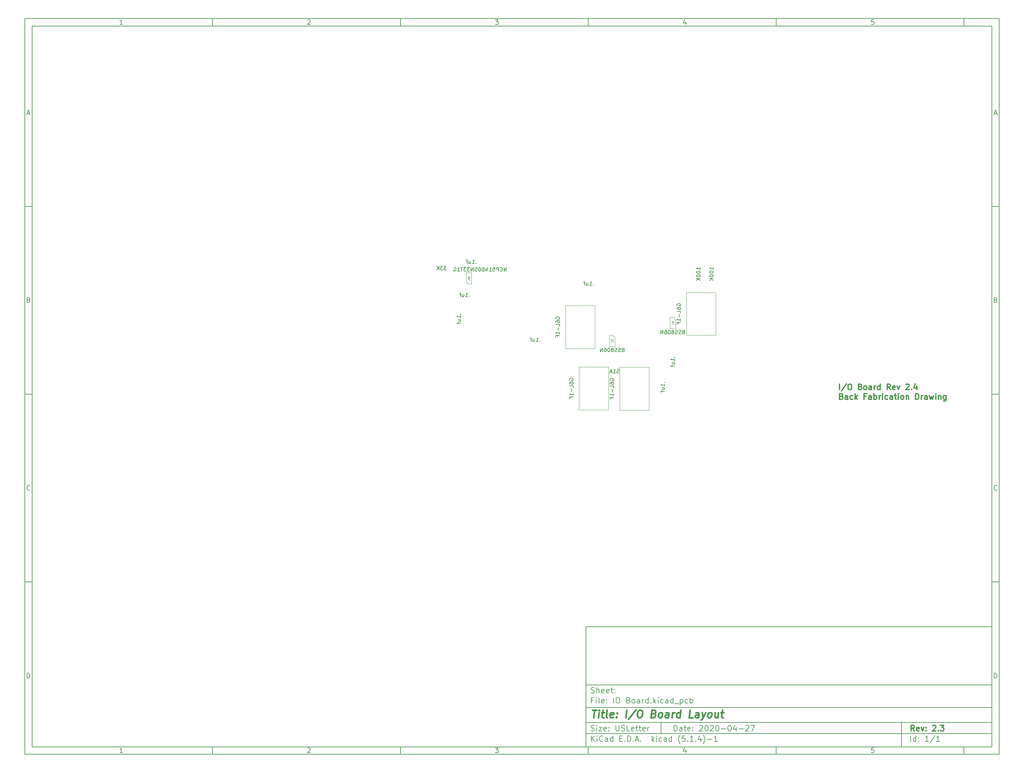
<source format=gbr>
G04 #@! TF.GenerationSoftware,KiCad,Pcbnew,(5.1.4)-1*
G04 #@! TF.CreationDate,2020-05-01T18:49:37-04:00*
G04 #@! TF.ProjectId,IO Board,494f2042-6f61-4726-942e-6b696361645f,2.3*
G04 #@! TF.SameCoordinates,Original*
G04 #@! TF.FileFunction,Other,Fab,Bot*
%FSLAX46Y46*%
G04 Gerber Fmt 4.6, Leading zero omitted, Abs format (unit mm)*
G04 Created by KiCad (PCBNEW (5.1.4)-1) date 2020-05-01 18:49:37*
%MOMM*%
%LPD*%
G04 APERTURE LIST*
%ADD10C,0.100000*%
%ADD11C,0.150000*%
%ADD12C,0.300000*%
%ADD13C,0.400000*%
%ADD14C,0.075000*%
G04 APERTURE END LIST*
D10*
D11*
X159400000Y-171900000D02*
X159400000Y-203900000D01*
X267400000Y-203900000D01*
X267400000Y-171900000D01*
X159400000Y-171900000D01*
D10*
D11*
X10000000Y-10000000D02*
X10000000Y-205900000D01*
X269400000Y-205900000D01*
X269400000Y-10000000D01*
X10000000Y-10000000D01*
D10*
D11*
X12000000Y-12000000D02*
X12000000Y-203900000D01*
X267400000Y-203900000D01*
X267400000Y-12000000D01*
X12000000Y-12000000D01*
D10*
D11*
X60000000Y-12000000D02*
X60000000Y-10000000D01*
D10*
D11*
X110000000Y-12000000D02*
X110000000Y-10000000D01*
D10*
D11*
X160000000Y-12000000D02*
X160000000Y-10000000D01*
D10*
D11*
X210000000Y-12000000D02*
X210000000Y-10000000D01*
D10*
D11*
X260000000Y-12000000D02*
X260000000Y-10000000D01*
D10*
D11*
X36065476Y-11588095D02*
X35322619Y-11588095D01*
X35694047Y-11588095D02*
X35694047Y-10288095D01*
X35570238Y-10473809D01*
X35446428Y-10597619D01*
X35322619Y-10659523D01*
D10*
D11*
X85322619Y-10411904D02*
X85384523Y-10350000D01*
X85508333Y-10288095D01*
X85817857Y-10288095D01*
X85941666Y-10350000D01*
X86003571Y-10411904D01*
X86065476Y-10535714D01*
X86065476Y-10659523D01*
X86003571Y-10845238D01*
X85260714Y-11588095D01*
X86065476Y-11588095D01*
D10*
D11*
X135260714Y-10288095D02*
X136065476Y-10288095D01*
X135632142Y-10783333D01*
X135817857Y-10783333D01*
X135941666Y-10845238D01*
X136003571Y-10907142D01*
X136065476Y-11030952D01*
X136065476Y-11340476D01*
X136003571Y-11464285D01*
X135941666Y-11526190D01*
X135817857Y-11588095D01*
X135446428Y-11588095D01*
X135322619Y-11526190D01*
X135260714Y-11464285D01*
D10*
D11*
X185941666Y-10721428D02*
X185941666Y-11588095D01*
X185632142Y-10226190D02*
X185322619Y-11154761D01*
X186127380Y-11154761D01*
D10*
D11*
X236003571Y-10288095D02*
X235384523Y-10288095D01*
X235322619Y-10907142D01*
X235384523Y-10845238D01*
X235508333Y-10783333D01*
X235817857Y-10783333D01*
X235941666Y-10845238D01*
X236003571Y-10907142D01*
X236065476Y-11030952D01*
X236065476Y-11340476D01*
X236003571Y-11464285D01*
X235941666Y-11526190D01*
X235817857Y-11588095D01*
X235508333Y-11588095D01*
X235384523Y-11526190D01*
X235322619Y-11464285D01*
D10*
D11*
X60000000Y-203900000D02*
X60000000Y-205900000D01*
D10*
D11*
X110000000Y-203900000D02*
X110000000Y-205900000D01*
D10*
D11*
X160000000Y-203900000D02*
X160000000Y-205900000D01*
D10*
D11*
X210000000Y-203900000D02*
X210000000Y-205900000D01*
D10*
D11*
X260000000Y-203900000D02*
X260000000Y-205900000D01*
D10*
D11*
X36065476Y-205488095D02*
X35322619Y-205488095D01*
X35694047Y-205488095D02*
X35694047Y-204188095D01*
X35570238Y-204373809D01*
X35446428Y-204497619D01*
X35322619Y-204559523D01*
D10*
D11*
X85322619Y-204311904D02*
X85384523Y-204250000D01*
X85508333Y-204188095D01*
X85817857Y-204188095D01*
X85941666Y-204250000D01*
X86003571Y-204311904D01*
X86065476Y-204435714D01*
X86065476Y-204559523D01*
X86003571Y-204745238D01*
X85260714Y-205488095D01*
X86065476Y-205488095D01*
D10*
D11*
X135260714Y-204188095D02*
X136065476Y-204188095D01*
X135632142Y-204683333D01*
X135817857Y-204683333D01*
X135941666Y-204745238D01*
X136003571Y-204807142D01*
X136065476Y-204930952D01*
X136065476Y-205240476D01*
X136003571Y-205364285D01*
X135941666Y-205426190D01*
X135817857Y-205488095D01*
X135446428Y-205488095D01*
X135322619Y-205426190D01*
X135260714Y-205364285D01*
D10*
D11*
X185941666Y-204621428D02*
X185941666Y-205488095D01*
X185632142Y-204126190D02*
X185322619Y-205054761D01*
X186127380Y-205054761D01*
D10*
D11*
X236003571Y-204188095D02*
X235384523Y-204188095D01*
X235322619Y-204807142D01*
X235384523Y-204745238D01*
X235508333Y-204683333D01*
X235817857Y-204683333D01*
X235941666Y-204745238D01*
X236003571Y-204807142D01*
X236065476Y-204930952D01*
X236065476Y-205240476D01*
X236003571Y-205364285D01*
X235941666Y-205426190D01*
X235817857Y-205488095D01*
X235508333Y-205488095D01*
X235384523Y-205426190D01*
X235322619Y-205364285D01*
D10*
D11*
X10000000Y-60000000D02*
X12000000Y-60000000D01*
D10*
D11*
X10000000Y-110000000D02*
X12000000Y-110000000D01*
D10*
D11*
X10000000Y-160000000D02*
X12000000Y-160000000D01*
D10*
D11*
X10690476Y-35216666D02*
X11309523Y-35216666D01*
X10566666Y-35588095D02*
X11000000Y-34288095D01*
X11433333Y-35588095D01*
D10*
D11*
X11092857Y-84907142D02*
X11278571Y-84969047D01*
X11340476Y-85030952D01*
X11402380Y-85154761D01*
X11402380Y-85340476D01*
X11340476Y-85464285D01*
X11278571Y-85526190D01*
X11154761Y-85588095D01*
X10659523Y-85588095D01*
X10659523Y-84288095D01*
X11092857Y-84288095D01*
X11216666Y-84350000D01*
X11278571Y-84411904D01*
X11340476Y-84535714D01*
X11340476Y-84659523D01*
X11278571Y-84783333D01*
X11216666Y-84845238D01*
X11092857Y-84907142D01*
X10659523Y-84907142D01*
D10*
D11*
X11402380Y-135464285D02*
X11340476Y-135526190D01*
X11154761Y-135588095D01*
X11030952Y-135588095D01*
X10845238Y-135526190D01*
X10721428Y-135402380D01*
X10659523Y-135278571D01*
X10597619Y-135030952D01*
X10597619Y-134845238D01*
X10659523Y-134597619D01*
X10721428Y-134473809D01*
X10845238Y-134350000D01*
X11030952Y-134288095D01*
X11154761Y-134288095D01*
X11340476Y-134350000D01*
X11402380Y-134411904D01*
D10*
D11*
X10659523Y-185588095D02*
X10659523Y-184288095D01*
X10969047Y-184288095D01*
X11154761Y-184350000D01*
X11278571Y-184473809D01*
X11340476Y-184597619D01*
X11402380Y-184845238D01*
X11402380Y-185030952D01*
X11340476Y-185278571D01*
X11278571Y-185402380D01*
X11154761Y-185526190D01*
X10969047Y-185588095D01*
X10659523Y-185588095D01*
D10*
D11*
X269400000Y-60000000D02*
X267400000Y-60000000D01*
D10*
D11*
X269400000Y-110000000D02*
X267400000Y-110000000D01*
D10*
D11*
X269400000Y-160000000D02*
X267400000Y-160000000D01*
D10*
D11*
X268090476Y-35216666D02*
X268709523Y-35216666D01*
X267966666Y-35588095D02*
X268400000Y-34288095D01*
X268833333Y-35588095D01*
D10*
D11*
X268492857Y-84907142D02*
X268678571Y-84969047D01*
X268740476Y-85030952D01*
X268802380Y-85154761D01*
X268802380Y-85340476D01*
X268740476Y-85464285D01*
X268678571Y-85526190D01*
X268554761Y-85588095D01*
X268059523Y-85588095D01*
X268059523Y-84288095D01*
X268492857Y-84288095D01*
X268616666Y-84350000D01*
X268678571Y-84411904D01*
X268740476Y-84535714D01*
X268740476Y-84659523D01*
X268678571Y-84783333D01*
X268616666Y-84845238D01*
X268492857Y-84907142D01*
X268059523Y-84907142D01*
D10*
D11*
X268802380Y-135464285D02*
X268740476Y-135526190D01*
X268554761Y-135588095D01*
X268430952Y-135588095D01*
X268245238Y-135526190D01*
X268121428Y-135402380D01*
X268059523Y-135278571D01*
X267997619Y-135030952D01*
X267997619Y-134845238D01*
X268059523Y-134597619D01*
X268121428Y-134473809D01*
X268245238Y-134350000D01*
X268430952Y-134288095D01*
X268554761Y-134288095D01*
X268740476Y-134350000D01*
X268802380Y-134411904D01*
D10*
D11*
X268059523Y-185588095D02*
X268059523Y-184288095D01*
X268369047Y-184288095D01*
X268554761Y-184350000D01*
X268678571Y-184473809D01*
X268740476Y-184597619D01*
X268802380Y-184845238D01*
X268802380Y-185030952D01*
X268740476Y-185278571D01*
X268678571Y-185402380D01*
X268554761Y-185526190D01*
X268369047Y-185588095D01*
X268059523Y-185588095D01*
D10*
D11*
X182832142Y-199678571D02*
X182832142Y-198178571D01*
X183189285Y-198178571D01*
X183403571Y-198250000D01*
X183546428Y-198392857D01*
X183617857Y-198535714D01*
X183689285Y-198821428D01*
X183689285Y-199035714D01*
X183617857Y-199321428D01*
X183546428Y-199464285D01*
X183403571Y-199607142D01*
X183189285Y-199678571D01*
X182832142Y-199678571D01*
X184975000Y-199678571D02*
X184975000Y-198892857D01*
X184903571Y-198750000D01*
X184760714Y-198678571D01*
X184475000Y-198678571D01*
X184332142Y-198750000D01*
X184975000Y-199607142D02*
X184832142Y-199678571D01*
X184475000Y-199678571D01*
X184332142Y-199607142D01*
X184260714Y-199464285D01*
X184260714Y-199321428D01*
X184332142Y-199178571D01*
X184475000Y-199107142D01*
X184832142Y-199107142D01*
X184975000Y-199035714D01*
X185475000Y-198678571D02*
X186046428Y-198678571D01*
X185689285Y-198178571D02*
X185689285Y-199464285D01*
X185760714Y-199607142D01*
X185903571Y-199678571D01*
X186046428Y-199678571D01*
X187117857Y-199607142D02*
X186975000Y-199678571D01*
X186689285Y-199678571D01*
X186546428Y-199607142D01*
X186475000Y-199464285D01*
X186475000Y-198892857D01*
X186546428Y-198750000D01*
X186689285Y-198678571D01*
X186975000Y-198678571D01*
X187117857Y-198750000D01*
X187189285Y-198892857D01*
X187189285Y-199035714D01*
X186475000Y-199178571D01*
X187832142Y-199535714D02*
X187903571Y-199607142D01*
X187832142Y-199678571D01*
X187760714Y-199607142D01*
X187832142Y-199535714D01*
X187832142Y-199678571D01*
X187832142Y-198750000D02*
X187903571Y-198821428D01*
X187832142Y-198892857D01*
X187760714Y-198821428D01*
X187832142Y-198750000D01*
X187832142Y-198892857D01*
X189617857Y-198321428D02*
X189689285Y-198250000D01*
X189832142Y-198178571D01*
X190189285Y-198178571D01*
X190332142Y-198250000D01*
X190403571Y-198321428D01*
X190475000Y-198464285D01*
X190475000Y-198607142D01*
X190403571Y-198821428D01*
X189546428Y-199678571D01*
X190475000Y-199678571D01*
X191403571Y-198178571D02*
X191546428Y-198178571D01*
X191689285Y-198250000D01*
X191760714Y-198321428D01*
X191832142Y-198464285D01*
X191903571Y-198750000D01*
X191903571Y-199107142D01*
X191832142Y-199392857D01*
X191760714Y-199535714D01*
X191689285Y-199607142D01*
X191546428Y-199678571D01*
X191403571Y-199678571D01*
X191260714Y-199607142D01*
X191189285Y-199535714D01*
X191117857Y-199392857D01*
X191046428Y-199107142D01*
X191046428Y-198750000D01*
X191117857Y-198464285D01*
X191189285Y-198321428D01*
X191260714Y-198250000D01*
X191403571Y-198178571D01*
X192475000Y-198321428D02*
X192546428Y-198250000D01*
X192689285Y-198178571D01*
X193046428Y-198178571D01*
X193189285Y-198250000D01*
X193260714Y-198321428D01*
X193332142Y-198464285D01*
X193332142Y-198607142D01*
X193260714Y-198821428D01*
X192403571Y-199678571D01*
X193332142Y-199678571D01*
X194260714Y-198178571D02*
X194403571Y-198178571D01*
X194546428Y-198250000D01*
X194617857Y-198321428D01*
X194689285Y-198464285D01*
X194760714Y-198750000D01*
X194760714Y-199107142D01*
X194689285Y-199392857D01*
X194617857Y-199535714D01*
X194546428Y-199607142D01*
X194403571Y-199678571D01*
X194260714Y-199678571D01*
X194117857Y-199607142D01*
X194046428Y-199535714D01*
X193975000Y-199392857D01*
X193903571Y-199107142D01*
X193903571Y-198750000D01*
X193975000Y-198464285D01*
X194046428Y-198321428D01*
X194117857Y-198250000D01*
X194260714Y-198178571D01*
X195403571Y-199107142D02*
X196546428Y-199107142D01*
X197546428Y-198178571D02*
X197689285Y-198178571D01*
X197832142Y-198250000D01*
X197903571Y-198321428D01*
X197975000Y-198464285D01*
X198046428Y-198750000D01*
X198046428Y-199107142D01*
X197975000Y-199392857D01*
X197903571Y-199535714D01*
X197832142Y-199607142D01*
X197689285Y-199678571D01*
X197546428Y-199678571D01*
X197403571Y-199607142D01*
X197332142Y-199535714D01*
X197260714Y-199392857D01*
X197189285Y-199107142D01*
X197189285Y-198750000D01*
X197260714Y-198464285D01*
X197332142Y-198321428D01*
X197403571Y-198250000D01*
X197546428Y-198178571D01*
X199332142Y-198678571D02*
X199332142Y-199678571D01*
X198975000Y-198107142D02*
X198617857Y-199178571D01*
X199546428Y-199178571D01*
X200117857Y-199107142D02*
X201260714Y-199107142D01*
X201903571Y-198321428D02*
X201975000Y-198250000D01*
X202117857Y-198178571D01*
X202475000Y-198178571D01*
X202617857Y-198250000D01*
X202689285Y-198321428D01*
X202760714Y-198464285D01*
X202760714Y-198607142D01*
X202689285Y-198821428D01*
X201832142Y-199678571D01*
X202760714Y-199678571D01*
X203260714Y-198178571D02*
X204260714Y-198178571D01*
X203617857Y-199678571D01*
D10*
D11*
X159400000Y-200400000D02*
X267400000Y-200400000D01*
D10*
D11*
X160832142Y-202478571D02*
X160832142Y-200978571D01*
X161689285Y-202478571D02*
X161046428Y-201621428D01*
X161689285Y-200978571D02*
X160832142Y-201835714D01*
X162332142Y-202478571D02*
X162332142Y-201478571D01*
X162332142Y-200978571D02*
X162260714Y-201050000D01*
X162332142Y-201121428D01*
X162403571Y-201050000D01*
X162332142Y-200978571D01*
X162332142Y-201121428D01*
X163903571Y-202335714D02*
X163832142Y-202407142D01*
X163617857Y-202478571D01*
X163475000Y-202478571D01*
X163260714Y-202407142D01*
X163117857Y-202264285D01*
X163046428Y-202121428D01*
X162975000Y-201835714D01*
X162975000Y-201621428D01*
X163046428Y-201335714D01*
X163117857Y-201192857D01*
X163260714Y-201050000D01*
X163475000Y-200978571D01*
X163617857Y-200978571D01*
X163832142Y-201050000D01*
X163903571Y-201121428D01*
X165189285Y-202478571D02*
X165189285Y-201692857D01*
X165117857Y-201550000D01*
X164975000Y-201478571D01*
X164689285Y-201478571D01*
X164546428Y-201550000D01*
X165189285Y-202407142D02*
X165046428Y-202478571D01*
X164689285Y-202478571D01*
X164546428Y-202407142D01*
X164475000Y-202264285D01*
X164475000Y-202121428D01*
X164546428Y-201978571D01*
X164689285Y-201907142D01*
X165046428Y-201907142D01*
X165189285Y-201835714D01*
X166546428Y-202478571D02*
X166546428Y-200978571D01*
X166546428Y-202407142D02*
X166403571Y-202478571D01*
X166117857Y-202478571D01*
X165975000Y-202407142D01*
X165903571Y-202335714D01*
X165832142Y-202192857D01*
X165832142Y-201764285D01*
X165903571Y-201621428D01*
X165975000Y-201550000D01*
X166117857Y-201478571D01*
X166403571Y-201478571D01*
X166546428Y-201550000D01*
X168403571Y-201692857D02*
X168903571Y-201692857D01*
X169117857Y-202478571D02*
X168403571Y-202478571D01*
X168403571Y-200978571D01*
X169117857Y-200978571D01*
X169760714Y-202335714D02*
X169832142Y-202407142D01*
X169760714Y-202478571D01*
X169689285Y-202407142D01*
X169760714Y-202335714D01*
X169760714Y-202478571D01*
X170475000Y-202478571D02*
X170475000Y-200978571D01*
X170832142Y-200978571D01*
X171046428Y-201050000D01*
X171189285Y-201192857D01*
X171260714Y-201335714D01*
X171332142Y-201621428D01*
X171332142Y-201835714D01*
X171260714Y-202121428D01*
X171189285Y-202264285D01*
X171046428Y-202407142D01*
X170832142Y-202478571D01*
X170475000Y-202478571D01*
X171975000Y-202335714D02*
X172046428Y-202407142D01*
X171975000Y-202478571D01*
X171903571Y-202407142D01*
X171975000Y-202335714D01*
X171975000Y-202478571D01*
X172617857Y-202050000D02*
X173332142Y-202050000D01*
X172475000Y-202478571D02*
X172975000Y-200978571D01*
X173475000Y-202478571D01*
X173975000Y-202335714D02*
X174046428Y-202407142D01*
X173975000Y-202478571D01*
X173903571Y-202407142D01*
X173975000Y-202335714D01*
X173975000Y-202478571D01*
X176975000Y-202478571D02*
X176975000Y-200978571D01*
X177117857Y-201907142D02*
X177546428Y-202478571D01*
X177546428Y-201478571D02*
X176975000Y-202050000D01*
X178189285Y-202478571D02*
X178189285Y-201478571D01*
X178189285Y-200978571D02*
X178117857Y-201050000D01*
X178189285Y-201121428D01*
X178260714Y-201050000D01*
X178189285Y-200978571D01*
X178189285Y-201121428D01*
X179546428Y-202407142D02*
X179403571Y-202478571D01*
X179117857Y-202478571D01*
X178975000Y-202407142D01*
X178903571Y-202335714D01*
X178832142Y-202192857D01*
X178832142Y-201764285D01*
X178903571Y-201621428D01*
X178975000Y-201550000D01*
X179117857Y-201478571D01*
X179403571Y-201478571D01*
X179546428Y-201550000D01*
X180832142Y-202478571D02*
X180832142Y-201692857D01*
X180760714Y-201550000D01*
X180617857Y-201478571D01*
X180332142Y-201478571D01*
X180189285Y-201550000D01*
X180832142Y-202407142D02*
X180689285Y-202478571D01*
X180332142Y-202478571D01*
X180189285Y-202407142D01*
X180117857Y-202264285D01*
X180117857Y-202121428D01*
X180189285Y-201978571D01*
X180332142Y-201907142D01*
X180689285Y-201907142D01*
X180832142Y-201835714D01*
X182189285Y-202478571D02*
X182189285Y-200978571D01*
X182189285Y-202407142D02*
X182046428Y-202478571D01*
X181760714Y-202478571D01*
X181617857Y-202407142D01*
X181546428Y-202335714D01*
X181475000Y-202192857D01*
X181475000Y-201764285D01*
X181546428Y-201621428D01*
X181617857Y-201550000D01*
X181760714Y-201478571D01*
X182046428Y-201478571D01*
X182189285Y-201550000D01*
X184475000Y-203050000D02*
X184403571Y-202978571D01*
X184260714Y-202764285D01*
X184189285Y-202621428D01*
X184117857Y-202407142D01*
X184046428Y-202050000D01*
X184046428Y-201764285D01*
X184117857Y-201407142D01*
X184189285Y-201192857D01*
X184260714Y-201050000D01*
X184403571Y-200835714D01*
X184475000Y-200764285D01*
X185760714Y-200978571D02*
X185046428Y-200978571D01*
X184975000Y-201692857D01*
X185046428Y-201621428D01*
X185189285Y-201550000D01*
X185546428Y-201550000D01*
X185689285Y-201621428D01*
X185760714Y-201692857D01*
X185832142Y-201835714D01*
X185832142Y-202192857D01*
X185760714Y-202335714D01*
X185689285Y-202407142D01*
X185546428Y-202478571D01*
X185189285Y-202478571D01*
X185046428Y-202407142D01*
X184975000Y-202335714D01*
X186475000Y-202335714D02*
X186546428Y-202407142D01*
X186475000Y-202478571D01*
X186403571Y-202407142D01*
X186475000Y-202335714D01*
X186475000Y-202478571D01*
X187975000Y-202478571D02*
X187117857Y-202478571D01*
X187546428Y-202478571D02*
X187546428Y-200978571D01*
X187403571Y-201192857D01*
X187260714Y-201335714D01*
X187117857Y-201407142D01*
X188617857Y-202335714D02*
X188689285Y-202407142D01*
X188617857Y-202478571D01*
X188546428Y-202407142D01*
X188617857Y-202335714D01*
X188617857Y-202478571D01*
X189975000Y-201478571D02*
X189975000Y-202478571D01*
X189617857Y-200907142D02*
X189260714Y-201978571D01*
X190189285Y-201978571D01*
X190617857Y-203050000D02*
X190689285Y-202978571D01*
X190832142Y-202764285D01*
X190903571Y-202621428D01*
X190975000Y-202407142D01*
X191046428Y-202050000D01*
X191046428Y-201764285D01*
X190975000Y-201407142D01*
X190903571Y-201192857D01*
X190832142Y-201050000D01*
X190689285Y-200835714D01*
X190617857Y-200764285D01*
X191760714Y-201907142D02*
X192903571Y-201907142D01*
X194403571Y-202478571D02*
X193546428Y-202478571D01*
X193975000Y-202478571D02*
X193975000Y-200978571D01*
X193832142Y-201192857D01*
X193689285Y-201335714D01*
X193546428Y-201407142D01*
D10*
D11*
X159400000Y-197400000D02*
X267400000Y-197400000D01*
D10*
D12*
X246809285Y-199678571D02*
X246309285Y-198964285D01*
X245952142Y-199678571D02*
X245952142Y-198178571D01*
X246523571Y-198178571D01*
X246666428Y-198250000D01*
X246737857Y-198321428D01*
X246809285Y-198464285D01*
X246809285Y-198678571D01*
X246737857Y-198821428D01*
X246666428Y-198892857D01*
X246523571Y-198964285D01*
X245952142Y-198964285D01*
X248023571Y-199607142D02*
X247880714Y-199678571D01*
X247595000Y-199678571D01*
X247452142Y-199607142D01*
X247380714Y-199464285D01*
X247380714Y-198892857D01*
X247452142Y-198750000D01*
X247595000Y-198678571D01*
X247880714Y-198678571D01*
X248023571Y-198750000D01*
X248095000Y-198892857D01*
X248095000Y-199035714D01*
X247380714Y-199178571D01*
X248595000Y-198678571D02*
X248952142Y-199678571D01*
X249309285Y-198678571D01*
X249880714Y-199535714D02*
X249952142Y-199607142D01*
X249880714Y-199678571D01*
X249809285Y-199607142D01*
X249880714Y-199535714D01*
X249880714Y-199678571D01*
X249880714Y-198750000D02*
X249952142Y-198821428D01*
X249880714Y-198892857D01*
X249809285Y-198821428D01*
X249880714Y-198750000D01*
X249880714Y-198892857D01*
X251666428Y-198321428D02*
X251737857Y-198250000D01*
X251880714Y-198178571D01*
X252237857Y-198178571D01*
X252380714Y-198250000D01*
X252452142Y-198321428D01*
X252523571Y-198464285D01*
X252523571Y-198607142D01*
X252452142Y-198821428D01*
X251595000Y-199678571D01*
X252523571Y-199678571D01*
X253166428Y-199535714D02*
X253237857Y-199607142D01*
X253166428Y-199678571D01*
X253095000Y-199607142D01*
X253166428Y-199535714D01*
X253166428Y-199678571D01*
X253737857Y-198178571D02*
X254666428Y-198178571D01*
X254166428Y-198750000D01*
X254380714Y-198750000D01*
X254523571Y-198821428D01*
X254595000Y-198892857D01*
X254666428Y-199035714D01*
X254666428Y-199392857D01*
X254595000Y-199535714D01*
X254523571Y-199607142D01*
X254380714Y-199678571D01*
X253952142Y-199678571D01*
X253809285Y-199607142D01*
X253737857Y-199535714D01*
D10*
D11*
X160760714Y-199607142D02*
X160975000Y-199678571D01*
X161332142Y-199678571D01*
X161475000Y-199607142D01*
X161546428Y-199535714D01*
X161617857Y-199392857D01*
X161617857Y-199250000D01*
X161546428Y-199107142D01*
X161475000Y-199035714D01*
X161332142Y-198964285D01*
X161046428Y-198892857D01*
X160903571Y-198821428D01*
X160832142Y-198750000D01*
X160760714Y-198607142D01*
X160760714Y-198464285D01*
X160832142Y-198321428D01*
X160903571Y-198250000D01*
X161046428Y-198178571D01*
X161403571Y-198178571D01*
X161617857Y-198250000D01*
X162260714Y-199678571D02*
X162260714Y-198678571D01*
X162260714Y-198178571D02*
X162189285Y-198250000D01*
X162260714Y-198321428D01*
X162332142Y-198250000D01*
X162260714Y-198178571D01*
X162260714Y-198321428D01*
X162832142Y-198678571D02*
X163617857Y-198678571D01*
X162832142Y-199678571D01*
X163617857Y-199678571D01*
X164760714Y-199607142D02*
X164617857Y-199678571D01*
X164332142Y-199678571D01*
X164189285Y-199607142D01*
X164117857Y-199464285D01*
X164117857Y-198892857D01*
X164189285Y-198750000D01*
X164332142Y-198678571D01*
X164617857Y-198678571D01*
X164760714Y-198750000D01*
X164832142Y-198892857D01*
X164832142Y-199035714D01*
X164117857Y-199178571D01*
X165475000Y-199535714D02*
X165546428Y-199607142D01*
X165475000Y-199678571D01*
X165403571Y-199607142D01*
X165475000Y-199535714D01*
X165475000Y-199678571D01*
X165475000Y-198750000D02*
X165546428Y-198821428D01*
X165475000Y-198892857D01*
X165403571Y-198821428D01*
X165475000Y-198750000D01*
X165475000Y-198892857D01*
X167332142Y-198178571D02*
X167332142Y-199392857D01*
X167403571Y-199535714D01*
X167475000Y-199607142D01*
X167617857Y-199678571D01*
X167903571Y-199678571D01*
X168046428Y-199607142D01*
X168117857Y-199535714D01*
X168189285Y-199392857D01*
X168189285Y-198178571D01*
X168832142Y-199607142D02*
X169046428Y-199678571D01*
X169403571Y-199678571D01*
X169546428Y-199607142D01*
X169617857Y-199535714D01*
X169689285Y-199392857D01*
X169689285Y-199250000D01*
X169617857Y-199107142D01*
X169546428Y-199035714D01*
X169403571Y-198964285D01*
X169117857Y-198892857D01*
X168975000Y-198821428D01*
X168903571Y-198750000D01*
X168832142Y-198607142D01*
X168832142Y-198464285D01*
X168903571Y-198321428D01*
X168975000Y-198250000D01*
X169117857Y-198178571D01*
X169475000Y-198178571D01*
X169689285Y-198250000D01*
X171046428Y-199678571D02*
X170332142Y-199678571D01*
X170332142Y-198178571D01*
X172117857Y-199607142D02*
X171975000Y-199678571D01*
X171689285Y-199678571D01*
X171546428Y-199607142D01*
X171475000Y-199464285D01*
X171475000Y-198892857D01*
X171546428Y-198750000D01*
X171689285Y-198678571D01*
X171975000Y-198678571D01*
X172117857Y-198750000D01*
X172189285Y-198892857D01*
X172189285Y-199035714D01*
X171475000Y-199178571D01*
X172617857Y-198678571D02*
X173189285Y-198678571D01*
X172832142Y-198178571D02*
X172832142Y-199464285D01*
X172903571Y-199607142D01*
X173046428Y-199678571D01*
X173189285Y-199678571D01*
X173475000Y-198678571D02*
X174046428Y-198678571D01*
X173689285Y-198178571D02*
X173689285Y-199464285D01*
X173760714Y-199607142D01*
X173903571Y-199678571D01*
X174046428Y-199678571D01*
X175117857Y-199607142D02*
X174975000Y-199678571D01*
X174689285Y-199678571D01*
X174546428Y-199607142D01*
X174475000Y-199464285D01*
X174475000Y-198892857D01*
X174546428Y-198750000D01*
X174689285Y-198678571D01*
X174975000Y-198678571D01*
X175117857Y-198750000D01*
X175189285Y-198892857D01*
X175189285Y-199035714D01*
X174475000Y-199178571D01*
X175832142Y-199678571D02*
X175832142Y-198678571D01*
X175832142Y-198964285D02*
X175903571Y-198821428D01*
X175975000Y-198750000D01*
X176117857Y-198678571D01*
X176260714Y-198678571D01*
D10*
D11*
X245832142Y-202478571D02*
X245832142Y-200978571D01*
X247189285Y-202478571D02*
X247189285Y-200978571D01*
X247189285Y-202407142D02*
X247046428Y-202478571D01*
X246760714Y-202478571D01*
X246617857Y-202407142D01*
X246546428Y-202335714D01*
X246475000Y-202192857D01*
X246475000Y-201764285D01*
X246546428Y-201621428D01*
X246617857Y-201550000D01*
X246760714Y-201478571D01*
X247046428Y-201478571D01*
X247189285Y-201550000D01*
X247903571Y-202335714D02*
X247975000Y-202407142D01*
X247903571Y-202478571D01*
X247832142Y-202407142D01*
X247903571Y-202335714D01*
X247903571Y-202478571D01*
X247903571Y-201550000D02*
X247975000Y-201621428D01*
X247903571Y-201692857D01*
X247832142Y-201621428D01*
X247903571Y-201550000D01*
X247903571Y-201692857D01*
X250546428Y-202478571D02*
X249689285Y-202478571D01*
X250117857Y-202478571D02*
X250117857Y-200978571D01*
X249975000Y-201192857D01*
X249832142Y-201335714D01*
X249689285Y-201407142D01*
X252260714Y-200907142D02*
X250975000Y-202835714D01*
X253546428Y-202478571D02*
X252689285Y-202478571D01*
X253117857Y-202478571D02*
X253117857Y-200978571D01*
X252975000Y-201192857D01*
X252832142Y-201335714D01*
X252689285Y-201407142D01*
D10*
D11*
X159400000Y-193400000D02*
X267400000Y-193400000D01*
D10*
D13*
X161112380Y-194104761D02*
X162255238Y-194104761D01*
X161433809Y-196104761D02*
X161683809Y-194104761D01*
X162671904Y-196104761D02*
X162838571Y-194771428D01*
X162921904Y-194104761D02*
X162814761Y-194200000D01*
X162898095Y-194295238D01*
X163005238Y-194200000D01*
X162921904Y-194104761D01*
X162898095Y-194295238D01*
X163505238Y-194771428D02*
X164267142Y-194771428D01*
X163874285Y-194104761D02*
X163660000Y-195819047D01*
X163731428Y-196009523D01*
X163910000Y-196104761D01*
X164100476Y-196104761D01*
X165052857Y-196104761D02*
X164874285Y-196009523D01*
X164802857Y-195819047D01*
X165017142Y-194104761D01*
X166588571Y-196009523D02*
X166386190Y-196104761D01*
X166005238Y-196104761D01*
X165826666Y-196009523D01*
X165755238Y-195819047D01*
X165850476Y-195057142D01*
X165969523Y-194866666D01*
X166171904Y-194771428D01*
X166552857Y-194771428D01*
X166731428Y-194866666D01*
X166802857Y-195057142D01*
X166779047Y-195247619D01*
X165802857Y-195438095D01*
X167552857Y-195914285D02*
X167636190Y-196009523D01*
X167529047Y-196104761D01*
X167445714Y-196009523D01*
X167552857Y-195914285D01*
X167529047Y-196104761D01*
X167683809Y-194866666D02*
X167767142Y-194961904D01*
X167660000Y-195057142D01*
X167576666Y-194961904D01*
X167683809Y-194866666D01*
X167660000Y-195057142D01*
X170005238Y-196104761D02*
X170255238Y-194104761D01*
X172648095Y-194009523D02*
X170612380Y-196580952D01*
X173683809Y-194104761D02*
X174064761Y-194104761D01*
X174243333Y-194200000D01*
X174410000Y-194390476D01*
X174457619Y-194771428D01*
X174374285Y-195438095D01*
X174231428Y-195819047D01*
X174017142Y-196009523D01*
X173814761Y-196104761D01*
X173433809Y-196104761D01*
X173255238Y-196009523D01*
X173088571Y-195819047D01*
X173040952Y-195438095D01*
X173124285Y-194771428D01*
X173267142Y-194390476D01*
X173481428Y-194200000D01*
X173683809Y-194104761D01*
X177469523Y-195057142D02*
X177743333Y-195152380D01*
X177826666Y-195247619D01*
X177898095Y-195438095D01*
X177862380Y-195723809D01*
X177743333Y-195914285D01*
X177636190Y-196009523D01*
X177433809Y-196104761D01*
X176671904Y-196104761D01*
X176921904Y-194104761D01*
X177588571Y-194104761D01*
X177767142Y-194200000D01*
X177850476Y-194295238D01*
X177921904Y-194485714D01*
X177898095Y-194676190D01*
X177779047Y-194866666D01*
X177671904Y-194961904D01*
X177469523Y-195057142D01*
X176802857Y-195057142D01*
X178957619Y-196104761D02*
X178779047Y-196009523D01*
X178695714Y-195914285D01*
X178624285Y-195723809D01*
X178695714Y-195152380D01*
X178814761Y-194961904D01*
X178921904Y-194866666D01*
X179124285Y-194771428D01*
X179410000Y-194771428D01*
X179588571Y-194866666D01*
X179671904Y-194961904D01*
X179743333Y-195152380D01*
X179671904Y-195723809D01*
X179552857Y-195914285D01*
X179445714Y-196009523D01*
X179243333Y-196104761D01*
X178957619Y-196104761D01*
X181338571Y-196104761D02*
X181469523Y-195057142D01*
X181398095Y-194866666D01*
X181219523Y-194771428D01*
X180838571Y-194771428D01*
X180636190Y-194866666D01*
X181350476Y-196009523D02*
X181148095Y-196104761D01*
X180671904Y-196104761D01*
X180493333Y-196009523D01*
X180421904Y-195819047D01*
X180445714Y-195628571D01*
X180564761Y-195438095D01*
X180767142Y-195342857D01*
X181243333Y-195342857D01*
X181445714Y-195247619D01*
X182290952Y-196104761D02*
X182457619Y-194771428D01*
X182410000Y-195152380D02*
X182529047Y-194961904D01*
X182636190Y-194866666D01*
X182838571Y-194771428D01*
X183029047Y-194771428D01*
X184386190Y-196104761D02*
X184636190Y-194104761D01*
X184398095Y-196009523D02*
X184195714Y-196104761D01*
X183814761Y-196104761D01*
X183636190Y-196009523D01*
X183552857Y-195914285D01*
X183481428Y-195723809D01*
X183552857Y-195152380D01*
X183671904Y-194961904D01*
X183779047Y-194866666D01*
X183981428Y-194771428D01*
X184362380Y-194771428D01*
X184540952Y-194866666D01*
X187814761Y-196104761D02*
X186862380Y-196104761D01*
X187112380Y-194104761D01*
X189338571Y-196104761D02*
X189469523Y-195057142D01*
X189398095Y-194866666D01*
X189219523Y-194771428D01*
X188838571Y-194771428D01*
X188636190Y-194866666D01*
X189350476Y-196009523D02*
X189148095Y-196104761D01*
X188671904Y-196104761D01*
X188493333Y-196009523D01*
X188421904Y-195819047D01*
X188445714Y-195628571D01*
X188564761Y-195438095D01*
X188767142Y-195342857D01*
X189243333Y-195342857D01*
X189445714Y-195247619D01*
X190267142Y-194771428D02*
X190576666Y-196104761D01*
X191219523Y-194771428D02*
X190576666Y-196104761D01*
X190326666Y-196580952D01*
X190219523Y-196676190D01*
X190017142Y-196771428D01*
X192100476Y-196104761D02*
X191921904Y-196009523D01*
X191838571Y-195914285D01*
X191767142Y-195723809D01*
X191838571Y-195152380D01*
X191957619Y-194961904D01*
X192064761Y-194866666D01*
X192267142Y-194771428D01*
X192552857Y-194771428D01*
X192731428Y-194866666D01*
X192814761Y-194961904D01*
X192886190Y-195152380D01*
X192814761Y-195723809D01*
X192695714Y-195914285D01*
X192588571Y-196009523D01*
X192386190Y-196104761D01*
X192100476Y-196104761D01*
X194648095Y-194771428D02*
X194481428Y-196104761D01*
X193790952Y-194771428D02*
X193660000Y-195819047D01*
X193731428Y-196009523D01*
X193910000Y-196104761D01*
X194195714Y-196104761D01*
X194398095Y-196009523D01*
X194505238Y-195914285D01*
X195314761Y-194771428D02*
X196076666Y-194771428D01*
X195683809Y-194104761D02*
X195469523Y-195819047D01*
X195540952Y-196009523D01*
X195719523Y-196104761D01*
X195910000Y-196104761D01*
D10*
D11*
X161332142Y-191492857D02*
X160832142Y-191492857D01*
X160832142Y-192278571D02*
X160832142Y-190778571D01*
X161546428Y-190778571D01*
X162117857Y-192278571D02*
X162117857Y-191278571D01*
X162117857Y-190778571D02*
X162046428Y-190850000D01*
X162117857Y-190921428D01*
X162189285Y-190850000D01*
X162117857Y-190778571D01*
X162117857Y-190921428D01*
X163046428Y-192278571D02*
X162903571Y-192207142D01*
X162832142Y-192064285D01*
X162832142Y-190778571D01*
X164189285Y-192207142D02*
X164046428Y-192278571D01*
X163760714Y-192278571D01*
X163617857Y-192207142D01*
X163546428Y-192064285D01*
X163546428Y-191492857D01*
X163617857Y-191350000D01*
X163760714Y-191278571D01*
X164046428Y-191278571D01*
X164189285Y-191350000D01*
X164260714Y-191492857D01*
X164260714Y-191635714D01*
X163546428Y-191778571D01*
X164903571Y-192135714D02*
X164975000Y-192207142D01*
X164903571Y-192278571D01*
X164832142Y-192207142D01*
X164903571Y-192135714D01*
X164903571Y-192278571D01*
X164903571Y-191350000D02*
X164975000Y-191421428D01*
X164903571Y-191492857D01*
X164832142Y-191421428D01*
X164903571Y-191350000D01*
X164903571Y-191492857D01*
X166760714Y-192278571D02*
X166760714Y-190778571D01*
X167760714Y-190778571D02*
X168046428Y-190778571D01*
X168189285Y-190850000D01*
X168332142Y-190992857D01*
X168403571Y-191278571D01*
X168403571Y-191778571D01*
X168332142Y-192064285D01*
X168189285Y-192207142D01*
X168046428Y-192278571D01*
X167760714Y-192278571D01*
X167617857Y-192207142D01*
X167475000Y-192064285D01*
X167403571Y-191778571D01*
X167403571Y-191278571D01*
X167475000Y-190992857D01*
X167617857Y-190850000D01*
X167760714Y-190778571D01*
X170689285Y-191492857D02*
X170903571Y-191564285D01*
X170975000Y-191635714D01*
X171046428Y-191778571D01*
X171046428Y-191992857D01*
X170975000Y-192135714D01*
X170903571Y-192207142D01*
X170760714Y-192278571D01*
X170189285Y-192278571D01*
X170189285Y-190778571D01*
X170689285Y-190778571D01*
X170832142Y-190850000D01*
X170903571Y-190921428D01*
X170975000Y-191064285D01*
X170975000Y-191207142D01*
X170903571Y-191350000D01*
X170832142Y-191421428D01*
X170689285Y-191492857D01*
X170189285Y-191492857D01*
X171903571Y-192278571D02*
X171760714Y-192207142D01*
X171689285Y-192135714D01*
X171617857Y-191992857D01*
X171617857Y-191564285D01*
X171689285Y-191421428D01*
X171760714Y-191350000D01*
X171903571Y-191278571D01*
X172117857Y-191278571D01*
X172260714Y-191350000D01*
X172332142Y-191421428D01*
X172403571Y-191564285D01*
X172403571Y-191992857D01*
X172332142Y-192135714D01*
X172260714Y-192207142D01*
X172117857Y-192278571D01*
X171903571Y-192278571D01*
X173689285Y-192278571D02*
X173689285Y-191492857D01*
X173617857Y-191350000D01*
X173475000Y-191278571D01*
X173189285Y-191278571D01*
X173046428Y-191350000D01*
X173689285Y-192207142D02*
X173546428Y-192278571D01*
X173189285Y-192278571D01*
X173046428Y-192207142D01*
X172975000Y-192064285D01*
X172975000Y-191921428D01*
X173046428Y-191778571D01*
X173189285Y-191707142D01*
X173546428Y-191707142D01*
X173689285Y-191635714D01*
X174403571Y-192278571D02*
X174403571Y-191278571D01*
X174403571Y-191564285D02*
X174475000Y-191421428D01*
X174546428Y-191350000D01*
X174689285Y-191278571D01*
X174832142Y-191278571D01*
X175975000Y-192278571D02*
X175975000Y-190778571D01*
X175975000Y-192207142D02*
X175832142Y-192278571D01*
X175546428Y-192278571D01*
X175403571Y-192207142D01*
X175332142Y-192135714D01*
X175260714Y-191992857D01*
X175260714Y-191564285D01*
X175332142Y-191421428D01*
X175403571Y-191350000D01*
X175546428Y-191278571D01*
X175832142Y-191278571D01*
X175975000Y-191350000D01*
X176689285Y-192135714D02*
X176760714Y-192207142D01*
X176689285Y-192278571D01*
X176617857Y-192207142D01*
X176689285Y-192135714D01*
X176689285Y-192278571D01*
X177403571Y-192278571D02*
X177403571Y-190778571D01*
X177546428Y-191707142D02*
X177975000Y-192278571D01*
X177975000Y-191278571D02*
X177403571Y-191850000D01*
X178617857Y-192278571D02*
X178617857Y-191278571D01*
X178617857Y-190778571D02*
X178546428Y-190850000D01*
X178617857Y-190921428D01*
X178689285Y-190850000D01*
X178617857Y-190778571D01*
X178617857Y-190921428D01*
X179975000Y-192207142D02*
X179832142Y-192278571D01*
X179546428Y-192278571D01*
X179403571Y-192207142D01*
X179332142Y-192135714D01*
X179260714Y-191992857D01*
X179260714Y-191564285D01*
X179332142Y-191421428D01*
X179403571Y-191350000D01*
X179546428Y-191278571D01*
X179832142Y-191278571D01*
X179975000Y-191350000D01*
X181260714Y-192278571D02*
X181260714Y-191492857D01*
X181189285Y-191350000D01*
X181046428Y-191278571D01*
X180760714Y-191278571D01*
X180617857Y-191350000D01*
X181260714Y-192207142D02*
X181117857Y-192278571D01*
X180760714Y-192278571D01*
X180617857Y-192207142D01*
X180546428Y-192064285D01*
X180546428Y-191921428D01*
X180617857Y-191778571D01*
X180760714Y-191707142D01*
X181117857Y-191707142D01*
X181260714Y-191635714D01*
X182617857Y-192278571D02*
X182617857Y-190778571D01*
X182617857Y-192207142D02*
X182475000Y-192278571D01*
X182189285Y-192278571D01*
X182046428Y-192207142D01*
X181975000Y-192135714D01*
X181903571Y-191992857D01*
X181903571Y-191564285D01*
X181975000Y-191421428D01*
X182046428Y-191350000D01*
X182189285Y-191278571D01*
X182475000Y-191278571D01*
X182617857Y-191350000D01*
X182975000Y-192421428D02*
X184117857Y-192421428D01*
X184475000Y-191278571D02*
X184475000Y-192778571D01*
X184475000Y-191350000D02*
X184617857Y-191278571D01*
X184903571Y-191278571D01*
X185046428Y-191350000D01*
X185117857Y-191421428D01*
X185189285Y-191564285D01*
X185189285Y-191992857D01*
X185117857Y-192135714D01*
X185046428Y-192207142D01*
X184903571Y-192278571D01*
X184617857Y-192278571D01*
X184475000Y-192207142D01*
X186475000Y-192207142D02*
X186332142Y-192278571D01*
X186046428Y-192278571D01*
X185903571Y-192207142D01*
X185832142Y-192135714D01*
X185760714Y-191992857D01*
X185760714Y-191564285D01*
X185832142Y-191421428D01*
X185903571Y-191350000D01*
X186046428Y-191278571D01*
X186332142Y-191278571D01*
X186475000Y-191350000D01*
X187117857Y-192278571D02*
X187117857Y-190778571D01*
X187117857Y-191350000D02*
X187260714Y-191278571D01*
X187546428Y-191278571D01*
X187689285Y-191350000D01*
X187760714Y-191421428D01*
X187832142Y-191564285D01*
X187832142Y-191992857D01*
X187760714Y-192135714D01*
X187689285Y-192207142D01*
X187546428Y-192278571D01*
X187260714Y-192278571D01*
X187117857Y-192207142D01*
D10*
D11*
X159400000Y-187400000D02*
X267400000Y-187400000D01*
D10*
D11*
X160760714Y-189507142D02*
X160975000Y-189578571D01*
X161332142Y-189578571D01*
X161475000Y-189507142D01*
X161546428Y-189435714D01*
X161617857Y-189292857D01*
X161617857Y-189150000D01*
X161546428Y-189007142D01*
X161475000Y-188935714D01*
X161332142Y-188864285D01*
X161046428Y-188792857D01*
X160903571Y-188721428D01*
X160832142Y-188650000D01*
X160760714Y-188507142D01*
X160760714Y-188364285D01*
X160832142Y-188221428D01*
X160903571Y-188150000D01*
X161046428Y-188078571D01*
X161403571Y-188078571D01*
X161617857Y-188150000D01*
X162260714Y-189578571D02*
X162260714Y-188078571D01*
X162903571Y-189578571D02*
X162903571Y-188792857D01*
X162832142Y-188650000D01*
X162689285Y-188578571D01*
X162475000Y-188578571D01*
X162332142Y-188650000D01*
X162260714Y-188721428D01*
X164189285Y-189507142D02*
X164046428Y-189578571D01*
X163760714Y-189578571D01*
X163617857Y-189507142D01*
X163546428Y-189364285D01*
X163546428Y-188792857D01*
X163617857Y-188650000D01*
X163760714Y-188578571D01*
X164046428Y-188578571D01*
X164189285Y-188650000D01*
X164260714Y-188792857D01*
X164260714Y-188935714D01*
X163546428Y-189078571D01*
X165475000Y-189507142D02*
X165332142Y-189578571D01*
X165046428Y-189578571D01*
X164903571Y-189507142D01*
X164832142Y-189364285D01*
X164832142Y-188792857D01*
X164903571Y-188650000D01*
X165046428Y-188578571D01*
X165332142Y-188578571D01*
X165475000Y-188650000D01*
X165546428Y-188792857D01*
X165546428Y-188935714D01*
X164832142Y-189078571D01*
X165975000Y-188578571D02*
X166546428Y-188578571D01*
X166189285Y-188078571D02*
X166189285Y-189364285D01*
X166260714Y-189507142D01*
X166403571Y-189578571D01*
X166546428Y-189578571D01*
X167046428Y-189435714D02*
X167117857Y-189507142D01*
X167046428Y-189578571D01*
X166975000Y-189507142D01*
X167046428Y-189435714D01*
X167046428Y-189578571D01*
X167046428Y-188650000D02*
X167117857Y-188721428D01*
X167046428Y-188792857D01*
X166975000Y-188721428D01*
X167046428Y-188650000D01*
X167046428Y-188792857D01*
D10*
D11*
X179400000Y-197400000D02*
X179400000Y-200400000D01*
D10*
D11*
X243400000Y-197400000D02*
X243400000Y-203900000D01*
D12*
X226912142Y-108803571D02*
X226912142Y-107303571D01*
X228697857Y-107232142D02*
X227412142Y-109160714D01*
X229483571Y-107303571D02*
X229769285Y-107303571D01*
X229912142Y-107375000D01*
X230055000Y-107517857D01*
X230126428Y-107803571D01*
X230126428Y-108303571D01*
X230055000Y-108589285D01*
X229912142Y-108732142D01*
X229769285Y-108803571D01*
X229483571Y-108803571D01*
X229340714Y-108732142D01*
X229197857Y-108589285D01*
X229126428Y-108303571D01*
X229126428Y-107803571D01*
X229197857Y-107517857D01*
X229340714Y-107375000D01*
X229483571Y-107303571D01*
X232412142Y-108017857D02*
X232626428Y-108089285D01*
X232697857Y-108160714D01*
X232769285Y-108303571D01*
X232769285Y-108517857D01*
X232697857Y-108660714D01*
X232626428Y-108732142D01*
X232483571Y-108803571D01*
X231912142Y-108803571D01*
X231912142Y-107303571D01*
X232412142Y-107303571D01*
X232555000Y-107375000D01*
X232626428Y-107446428D01*
X232697857Y-107589285D01*
X232697857Y-107732142D01*
X232626428Y-107875000D01*
X232555000Y-107946428D01*
X232412142Y-108017857D01*
X231912142Y-108017857D01*
X233626428Y-108803571D02*
X233483571Y-108732142D01*
X233412142Y-108660714D01*
X233340714Y-108517857D01*
X233340714Y-108089285D01*
X233412142Y-107946428D01*
X233483571Y-107875000D01*
X233626428Y-107803571D01*
X233840714Y-107803571D01*
X233983571Y-107875000D01*
X234055000Y-107946428D01*
X234126428Y-108089285D01*
X234126428Y-108517857D01*
X234055000Y-108660714D01*
X233983571Y-108732142D01*
X233840714Y-108803571D01*
X233626428Y-108803571D01*
X235412142Y-108803571D02*
X235412142Y-108017857D01*
X235340714Y-107875000D01*
X235197857Y-107803571D01*
X234912142Y-107803571D01*
X234769285Y-107875000D01*
X235412142Y-108732142D02*
X235269285Y-108803571D01*
X234912142Y-108803571D01*
X234769285Y-108732142D01*
X234697857Y-108589285D01*
X234697857Y-108446428D01*
X234769285Y-108303571D01*
X234912142Y-108232142D01*
X235269285Y-108232142D01*
X235412142Y-108160714D01*
X236126428Y-108803571D02*
X236126428Y-107803571D01*
X236126428Y-108089285D02*
X236197857Y-107946428D01*
X236269285Y-107875000D01*
X236412142Y-107803571D01*
X236555000Y-107803571D01*
X237697857Y-108803571D02*
X237697857Y-107303571D01*
X237697857Y-108732142D02*
X237555000Y-108803571D01*
X237269285Y-108803571D01*
X237126428Y-108732142D01*
X237055000Y-108660714D01*
X236983571Y-108517857D01*
X236983571Y-108089285D01*
X237055000Y-107946428D01*
X237126428Y-107875000D01*
X237269285Y-107803571D01*
X237555000Y-107803571D01*
X237697857Y-107875000D01*
X240412142Y-108803571D02*
X239912142Y-108089285D01*
X239555000Y-108803571D02*
X239555000Y-107303571D01*
X240126428Y-107303571D01*
X240269285Y-107375000D01*
X240340714Y-107446428D01*
X240412142Y-107589285D01*
X240412142Y-107803571D01*
X240340714Y-107946428D01*
X240269285Y-108017857D01*
X240126428Y-108089285D01*
X239555000Y-108089285D01*
X241626428Y-108732142D02*
X241483571Y-108803571D01*
X241197857Y-108803571D01*
X241055000Y-108732142D01*
X240983571Y-108589285D01*
X240983571Y-108017857D01*
X241055000Y-107875000D01*
X241197857Y-107803571D01*
X241483571Y-107803571D01*
X241626428Y-107875000D01*
X241697857Y-108017857D01*
X241697857Y-108160714D01*
X240983571Y-108303571D01*
X242197857Y-107803571D02*
X242555000Y-108803571D01*
X242912142Y-107803571D01*
X244555000Y-107446428D02*
X244626428Y-107375000D01*
X244769285Y-107303571D01*
X245126428Y-107303571D01*
X245269285Y-107375000D01*
X245340714Y-107446428D01*
X245412142Y-107589285D01*
X245412142Y-107732142D01*
X245340714Y-107946428D01*
X244483571Y-108803571D01*
X245412142Y-108803571D01*
X246055000Y-108660714D02*
X246126428Y-108732142D01*
X246055000Y-108803571D01*
X245983571Y-108732142D01*
X246055000Y-108660714D01*
X246055000Y-108803571D01*
X247412142Y-107803571D02*
X247412142Y-108803571D01*
X247055000Y-107232142D02*
X246697857Y-108303571D01*
X247626428Y-108303571D01*
X227412142Y-110567857D02*
X227626428Y-110639285D01*
X227697857Y-110710714D01*
X227769285Y-110853571D01*
X227769285Y-111067857D01*
X227697857Y-111210714D01*
X227626428Y-111282142D01*
X227483571Y-111353571D01*
X226912142Y-111353571D01*
X226912142Y-109853571D01*
X227412142Y-109853571D01*
X227555000Y-109925000D01*
X227626428Y-109996428D01*
X227697857Y-110139285D01*
X227697857Y-110282142D01*
X227626428Y-110425000D01*
X227555000Y-110496428D01*
X227412142Y-110567857D01*
X226912142Y-110567857D01*
X229055000Y-111353571D02*
X229055000Y-110567857D01*
X228983571Y-110425000D01*
X228840714Y-110353571D01*
X228555000Y-110353571D01*
X228412142Y-110425000D01*
X229055000Y-111282142D02*
X228912142Y-111353571D01*
X228555000Y-111353571D01*
X228412142Y-111282142D01*
X228340714Y-111139285D01*
X228340714Y-110996428D01*
X228412142Y-110853571D01*
X228555000Y-110782142D01*
X228912142Y-110782142D01*
X229055000Y-110710714D01*
X230412142Y-111282142D02*
X230269285Y-111353571D01*
X229983571Y-111353571D01*
X229840714Y-111282142D01*
X229769285Y-111210714D01*
X229697857Y-111067857D01*
X229697857Y-110639285D01*
X229769285Y-110496428D01*
X229840714Y-110425000D01*
X229983571Y-110353571D01*
X230269285Y-110353571D01*
X230412142Y-110425000D01*
X231055000Y-111353571D02*
X231055000Y-109853571D01*
X231197857Y-110782142D02*
X231626428Y-111353571D01*
X231626428Y-110353571D02*
X231055000Y-110925000D01*
X233912142Y-110567857D02*
X233412142Y-110567857D01*
X233412142Y-111353571D02*
X233412142Y-109853571D01*
X234126428Y-109853571D01*
X235340714Y-111353571D02*
X235340714Y-110567857D01*
X235269285Y-110425000D01*
X235126428Y-110353571D01*
X234840714Y-110353571D01*
X234697857Y-110425000D01*
X235340714Y-111282142D02*
X235197857Y-111353571D01*
X234840714Y-111353571D01*
X234697857Y-111282142D01*
X234626428Y-111139285D01*
X234626428Y-110996428D01*
X234697857Y-110853571D01*
X234840714Y-110782142D01*
X235197857Y-110782142D01*
X235340714Y-110710714D01*
X236055000Y-111353571D02*
X236055000Y-109853571D01*
X236055000Y-110425000D02*
X236197857Y-110353571D01*
X236483571Y-110353571D01*
X236626428Y-110425000D01*
X236697857Y-110496428D01*
X236769285Y-110639285D01*
X236769285Y-111067857D01*
X236697857Y-111210714D01*
X236626428Y-111282142D01*
X236483571Y-111353571D01*
X236197857Y-111353571D01*
X236055000Y-111282142D01*
X237412142Y-111353571D02*
X237412142Y-110353571D01*
X237412142Y-110639285D02*
X237483571Y-110496428D01*
X237555000Y-110425000D01*
X237697857Y-110353571D01*
X237840714Y-110353571D01*
X238340714Y-111353571D02*
X238340714Y-110353571D01*
X238340714Y-109853571D02*
X238269285Y-109925000D01*
X238340714Y-109996428D01*
X238412142Y-109925000D01*
X238340714Y-109853571D01*
X238340714Y-109996428D01*
X239697857Y-111282142D02*
X239555000Y-111353571D01*
X239269285Y-111353571D01*
X239126428Y-111282142D01*
X239055000Y-111210714D01*
X238983571Y-111067857D01*
X238983571Y-110639285D01*
X239055000Y-110496428D01*
X239126428Y-110425000D01*
X239269285Y-110353571D01*
X239555000Y-110353571D01*
X239697857Y-110425000D01*
X240983571Y-111353571D02*
X240983571Y-110567857D01*
X240912142Y-110425000D01*
X240769285Y-110353571D01*
X240483571Y-110353571D01*
X240340714Y-110425000D01*
X240983571Y-111282142D02*
X240840714Y-111353571D01*
X240483571Y-111353571D01*
X240340714Y-111282142D01*
X240269285Y-111139285D01*
X240269285Y-110996428D01*
X240340714Y-110853571D01*
X240483571Y-110782142D01*
X240840714Y-110782142D01*
X240983571Y-110710714D01*
X241483571Y-110353571D02*
X242055000Y-110353571D01*
X241697857Y-109853571D02*
X241697857Y-111139285D01*
X241769285Y-111282142D01*
X241912142Y-111353571D01*
X242055000Y-111353571D01*
X242555000Y-111353571D02*
X242555000Y-110353571D01*
X242555000Y-109853571D02*
X242483571Y-109925000D01*
X242555000Y-109996428D01*
X242626428Y-109925000D01*
X242555000Y-109853571D01*
X242555000Y-109996428D01*
X243483571Y-111353571D02*
X243340714Y-111282142D01*
X243269285Y-111210714D01*
X243197857Y-111067857D01*
X243197857Y-110639285D01*
X243269285Y-110496428D01*
X243340714Y-110425000D01*
X243483571Y-110353571D01*
X243697857Y-110353571D01*
X243840714Y-110425000D01*
X243912142Y-110496428D01*
X243983571Y-110639285D01*
X243983571Y-111067857D01*
X243912142Y-111210714D01*
X243840714Y-111282142D01*
X243697857Y-111353571D01*
X243483571Y-111353571D01*
X244626428Y-110353571D02*
X244626428Y-111353571D01*
X244626428Y-110496428D02*
X244697857Y-110425000D01*
X244840714Y-110353571D01*
X245055000Y-110353571D01*
X245197857Y-110425000D01*
X245269285Y-110567857D01*
X245269285Y-111353571D01*
X247126428Y-111353571D02*
X247126428Y-109853571D01*
X247483571Y-109853571D01*
X247697857Y-109925000D01*
X247840714Y-110067857D01*
X247912142Y-110210714D01*
X247983571Y-110496428D01*
X247983571Y-110710714D01*
X247912142Y-110996428D01*
X247840714Y-111139285D01*
X247697857Y-111282142D01*
X247483571Y-111353571D01*
X247126428Y-111353571D01*
X248626428Y-111353571D02*
X248626428Y-110353571D01*
X248626428Y-110639285D02*
X248697857Y-110496428D01*
X248769285Y-110425000D01*
X248912142Y-110353571D01*
X249055000Y-110353571D01*
X250197857Y-111353571D02*
X250197857Y-110567857D01*
X250126428Y-110425000D01*
X249983571Y-110353571D01*
X249697857Y-110353571D01*
X249555000Y-110425000D01*
X250197857Y-111282142D02*
X250055000Y-111353571D01*
X249697857Y-111353571D01*
X249555000Y-111282142D01*
X249483571Y-111139285D01*
X249483571Y-110996428D01*
X249555000Y-110853571D01*
X249697857Y-110782142D01*
X250055000Y-110782142D01*
X250197857Y-110710714D01*
X250769285Y-110353571D02*
X251055000Y-111353571D01*
X251340714Y-110639285D01*
X251626428Y-111353571D01*
X251912142Y-110353571D01*
X252483571Y-111353571D02*
X252483571Y-110353571D01*
X252483571Y-109853571D02*
X252412142Y-109925000D01*
X252483571Y-109996428D01*
X252555000Y-109925000D01*
X252483571Y-109853571D01*
X252483571Y-109996428D01*
X253197857Y-110353571D02*
X253197857Y-111353571D01*
X253197857Y-110496428D02*
X253269285Y-110425000D01*
X253412142Y-110353571D01*
X253626428Y-110353571D01*
X253769285Y-110425000D01*
X253840714Y-110567857D01*
X253840714Y-111353571D01*
X255197857Y-110353571D02*
X255197857Y-111567857D01*
X255126428Y-111710714D01*
X255055000Y-111782142D01*
X254912142Y-111853571D01*
X254697857Y-111853571D01*
X254555000Y-111782142D01*
X255197857Y-111282142D02*
X255055000Y-111353571D01*
X254769285Y-111353571D01*
X254626428Y-111282142D01*
X254555000Y-111210714D01*
X254483571Y-111067857D01*
X254483571Y-110639285D01*
X254555000Y-110496428D01*
X254626428Y-110425000D01*
X254769285Y-110353571D01*
X255055000Y-110353571D01*
X255197857Y-110425000D01*
D10*
X167095400Y-94833400D02*
X167095400Y-97283400D01*
X166545400Y-94263400D02*
X165695400Y-94263400D01*
X167095400Y-94833400D02*
X166545400Y-94263400D01*
X165695400Y-94263400D02*
X165695400Y-97303400D01*
X167095400Y-97303400D02*
X165695400Y-97303400D01*
X183183000Y-90058200D02*
X183183000Y-92508200D01*
X182633000Y-89488200D02*
X181783000Y-89488200D01*
X183183000Y-90058200D02*
X182633000Y-89488200D01*
X181783000Y-89488200D02*
X181783000Y-92528200D01*
X183183000Y-92528200D02*
X181783000Y-92528200D01*
X168375600Y-114269600D02*
X176175600Y-114269600D01*
X176175600Y-102869600D02*
X168375600Y-102869600D01*
X176175600Y-114269600D02*
X176175600Y-102869600D01*
X168375600Y-102869600D02*
X168375600Y-114269600D01*
X157564200Y-114168000D02*
X165364200Y-114168000D01*
X165364200Y-102768000D02*
X157564200Y-102768000D01*
X165364200Y-114168000D02*
X165364200Y-102768000D01*
X157564200Y-102768000D02*
X157564200Y-114168000D01*
X153973800Y-97835800D02*
X161773800Y-97835800D01*
X161773800Y-86435800D02*
X153973800Y-86435800D01*
X161773800Y-97835800D02*
X161773800Y-86435800D01*
X153973800Y-86435800D02*
X153973800Y-97835800D01*
X186164600Y-94330600D02*
X193964600Y-94330600D01*
X193964600Y-82930600D02*
X186164600Y-82930600D01*
X193964600Y-94330600D02*
X193964600Y-82930600D01*
X186164600Y-82930600D02*
X186164600Y-94330600D01*
X127528600Y-77636600D02*
X128928600Y-77636600D01*
X128928600Y-80676600D02*
X128928600Y-77636600D01*
X127528600Y-80106600D02*
X128078600Y-80676600D01*
X128078600Y-80676600D02*
X128928600Y-80676600D01*
X127528600Y-80106600D02*
X127528600Y-77656600D01*
D11*
X168190476Y-104304761D02*
X168047619Y-104352380D01*
X167809523Y-104352380D01*
X167714285Y-104304761D01*
X167666666Y-104257142D01*
X167619047Y-104161904D01*
X167619047Y-104066666D01*
X167666666Y-103971428D01*
X167714285Y-103923809D01*
X167809523Y-103876190D01*
X168000000Y-103828571D01*
X168095238Y-103780952D01*
X168142857Y-103733333D01*
X168190476Y-103638095D01*
X168190476Y-103542857D01*
X168142857Y-103447619D01*
X168095238Y-103400000D01*
X168000000Y-103352380D01*
X167761904Y-103352380D01*
X167619047Y-103400000D01*
X166666666Y-104352380D02*
X167238095Y-104352380D01*
X166952380Y-104352380D02*
X166952380Y-103352380D01*
X167047619Y-103495238D01*
X167142857Y-103590476D01*
X167238095Y-103638095D01*
X166285714Y-104066666D02*
X165809523Y-104066666D01*
X166380952Y-104352380D02*
X166047619Y-103352380D01*
X165714285Y-104352380D01*
X189809380Y-76862133D02*
X189809380Y-76290704D01*
X189809380Y-76576419D02*
X188809380Y-76576419D01*
X188952238Y-76481180D01*
X189047476Y-76385942D01*
X189095095Y-76290704D01*
X188809380Y-77481180D02*
X188809380Y-77576419D01*
X188857000Y-77671657D01*
X188904619Y-77719276D01*
X188999857Y-77766895D01*
X189190333Y-77814514D01*
X189428428Y-77814514D01*
X189618904Y-77766895D01*
X189714142Y-77719276D01*
X189761761Y-77671657D01*
X189809380Y-77576419D01*
X189809380Y-77481180D01*
X189761761Y-77385942D01*
X189714142Y-77338323D01*
X189618904Y-77290704D01*
X189428428Y-77243085D01*
X189190333Y-77243085D01*
X188999857Y-77290704D01*
X188904619Y-77338323D01*
X188857000Y-77385942D01*
X188809380Y-77481180D01*
X188809380Y-78433561D02*
X188809380Y-78528800D01*
X188857000Y-78624038D01*
X188904619Y-78671657D01*
X188999857Y-78719276D01*
X189190333Y-78766895D01*
X189428428Y-78766895D01*
X189618904Y-78719276D01*
X189714142Y-78671657D01*
X189761761Y-78624038D01*
X189809380Y-78528800D01*
X189809380Y-78433561D01*
X189761761Y-78338323D01*
X189714142Y-78290704D01*
X189618904Y-78243085D01*
X189428428Y-78195466D01*
X189190333Y-78195466D01*
X188999857Y-78243085D01*
X188904619Y-78290704D01*
X188857000Y-78338323D01*
X188809380Y-78433561D01*
X189809380Y-79195466D02*
X188809380Y-79195466D01*
X189809380Y-79766895D02*
X189237952Y-79338323D01*
X188809380Y-79766895D02*
X189380809Y-79195466D01*
X193289180Y-76836733D02*
X193289180Y-76265304D01*
X193289180Y-76551019D02*
X192289180Y-76551019D01*
X192432038Y-76455780D01*
X192527276Y-76360542D01*
X192574895Y-76265304D01*
X192289180Y-77455780D02*
X192289180Y-77551019D01*
X192336800Y-77646257D01*
X192384419Y-77693876D01*
X192479657Y-77741495D01*
X192670133Y-77789114D01*
X192908228Y-77789114D01*
X193098704Y-77741495D01*
X193193942Y-77693876D01*
X193241561Y-77646257D01*
X193289180Y-77551019D01*
X193289180Y-77455780D01*
X193241561Y-77360542D01*
X193193942Y-77312923D01*
X193098704Y-77265304D01*
X192908228Y-77217685D01*
X192670133Y-77217685D01*
X192479657Y-77265304D01*
X192384419Y-77312923D01*
X192336800Y-77360542D01*
X192289180Y-77455780D01*
X192289180Y-78408161D02*
X192289180Y-78503400D01*
X192336800Y-78598638D01*
X192384419Y-78646257D01*
X192479657Y-78693876D01*
X192670133Y-78741495D01*
X192908228Y-78741495D01*
X193098704Y-78693876D01*
X193193942Y-78646257D01*
X193241561Y-78598638D01*
X193289180Y-78503400D01*
X193289180Y-78408161D01*
X193241561Y-78312923D01*
X193193942Y-78265304D01*
X193098704Y-78217685D01*
X192908228Y-78170066D01*
X192670133Y-78170066D01*
X192479657Y-78217685D01*
X192384419Y-78265304D01*
X192336800Y-78312923D01*
X192289180Y-78408161D01*
X193289180Y-79170066D02*
X192289180Y-79170066D01*
X193289180Y-79741495D02*
X192717752Y-79312923D01*
X192289180Y-79741495D02*
X192860609Y-79170066D01*
X169228733Y-98211971D02*
X169085876Y-98259590D01*
X169038257Y-98307209D01*
X168990638Y-98402447D01*
X168990638Y-98545304D01*
X169038257Y-98640542D01*
X169085876Y-98688161D01*
X169181114Y-98735780D01*
X169562066Y-98735780D01*
X169562066Y-97735780D01*
X169228733Y-97735780D01*
X169133495Y-97783400D01*
X169085876Y-97831019D01*
X169038257Y-97926257D01*
X169038257Y-98021495D01*
X169085876Y-98116733D01*
X169133495Y-98164352D01*
X169228733Y-98211971D01*
X169562066Y-98211971D01*
X168609685Y-98688161D02*
X168466828Y-98735780D01*
X168228733Y-98735780D01*
X168133495Y-98688161D01*
X168085876Y-98640542D01*
X168038257Y-98545304D01*
X168038257Y-98450066D01*
X168085876Y-98354828D01*
X168133495Y-98307209D01*
X168228733Y-98259590D01*
X168419209Y-98211971D01*
X168514447Y-98164352D01*
X168562066Y-98116733D01*
X168609685Y-98021495D01*
X168609685Y-97926257D01*
X168562066Y-97831019D01*
X168514447Y-97783400D01*
X168419209Y-97735780D01*
X168181114Y-97735780D01*
X168038257Y-97783400D01*
X167657304Y-98688161D02*
X167514447Y-98735780D01*
X167276352Y-98735780D01*
X167181114Y-98688161D01*
X167133495Y-98640542D01*
X167085876Y-98545304D01*
X167085876Y-98450066D01*
X167133495Y-98354828D01*
X167181114Y-98307209D01*
X167276352Y-98259590D01*
X167466828Y-98211971D01*
X167562066Y-98164352D01*
X167609685Y-98116733D01*
X167657304Y-98021495D01*
X167657304Y-97926257D01*
X167609685Y-97831019D01*
X167562066Y-97783400D01*
X167466828Y-97735780D01*
X167228733Y-97735780D01*
X167085876Y-97783400D01*
X166514447Y-98164352D02*
X166609685Y-98116733D01*
X166657304Y-98069114D01*
X166704923Y-97973876D01*
X166704923Y-97926257D01*
X166657304Y-97831019D01*
X166609685Y-97783400D01*
X166514447Y-97735780D01*
X166323971Y-97735780D01*
X166228733Y-97783400D01*
X166181114Y-97831019D01*
X166133495Y-97926257D01*
X166133495Y-97973876D01*
X166181114Y-98069114D01*
X166228733Y-98116733D01*
X166323971Y-98164352D01*
X166514447Y-98164352D01*
X166609685Y-98211971D01*
X166657304Y-98259590D01*
X166704923Y-98354828D01*
X166704923Y-98545304D01*
X166657304Y-98640542D01*
X166609685Y-98688161D01*
X166514447Y-98735780D01*
X166323971Y-98735780D01*
X166228733Y-98688161D01*
X166181114Y-98640542D01*
X166133495Y-98545304D01*
X166133495Y-98354828D01*
X166181114Y-98259590D01*
X166228733Y-98211971D01*
X166323971Y-98164352D01*
X165514447Y-97735780D02*
X165419209Y-97735780D01*
X165323971Y-97783400D01*
X165276352Y-97831019D01*
X165228733Y-97926257D01*
X165181114Y-98116733D01*
X165181114Y-98354828D01*
X165228733Y-98545304D01*
X165276352Y-98640542D01*
X165323971Y-98688161D01*
X165419209Y-98735780D01*
X165514447Y-98735780D01*
X165609685Y-98688161D01*
X165657304Y-98640542D01*
X165704923Y-98545304D01*
X165752542Y-98354828D01*
X165752542Y-98116733D01*
X165704923Y-97926257D01*
X165657304Y-97831019D01*
X165609685Y-97783400D01*
X165514447Y-97735780D01*
X164323971Y-97735780D02*
X164514447Y-97735780D01*
X164609685Y-97783400D01*
X164657304Y-97831019D01*
X164752542Y-97973876D01*
X164800161Y-98164352D01*
X164800161Y-98545304D01*
X164752542Y-98640542D01*
X164704923Y-98688161D01*
X164609685Y-98735780D01*
X164419209Y-98735780D01*
X164323971Y-98688161D01*
X164276352Y-98640542D01*
X164228733Y-98545304D01*
X164228733Y-98307209D01*
X164276352Y-98211971D01*
X164323971Y-98164352D01*
X164419209Y-98116733D01*
X164609685Y-98116733D01*
X164704923Y-98164352D01*
X164752542Y-98211971D01*
X164800161Y-98307209D01*
X163800161Y-98735780D02*
X163800161Y-97735780D01*
X163228733Y-98735780D01*
X163228733Y-97735780D01*
D14*
X166669209Y-95735780D02*
X166645400Y-95688161D01*
X166597780Y-95640542D01*
X166526352Y-95569114D01*
X166502542Y-95521495D01*
X166502542Y-95473876D01*
X166621590Y-95497685D02*
X166597780Y-95450066D01*
X166550161Y-95402447D01*
X166454923Y-95378638D01*
X166288257Y-95378638D01*
X166193019Y-95402447D01*
X166145400Y-95450066D01*
X166121590Y-95497685D01*
X166121590Y-95592923D01*
X166145400Y-95640542D01*
X166193019Y-95688161D01*
X166288257Y-95711971D01*
X166454923Y-95711971D01*
X166550161Y-95688161D01*
X166597780Y-95640542D01*
X166621590Y-95592923D01*
X166621590Y-95497685D01*
X166169209Y-95902447D02*
X166145400Y-95926257D01*
X166121590Y-95973876D01*
X166121590Y-96092923D01*
X166145400Y-96140542D01*
X166169209Y-96164352D01*
X166216828Y-96188161D01*
X166264447Y-96188161D01*
X166335876Y-96164352D01*
X166621590Y-95878638D01*
X166621590Y-96188161D01*
D11*
X185316333Y-93436771D02*
X185173476Y-93484390D01*
X185125857Y-93532009D01*
X185078238Y-93627247D01*
X185078238Y-93770104D01*
X185125857Y-93865342D01*
X185173476Y-93912961D01*
X185268714Y-93960580D01*
X185649666Y-93960580D01*
X185649666Y-92960580D01*
X185316333Y-92960580D01*
X185221095Y-93008200D01*
X185173476Y-93055819D01*
X185125857Y-93151057D01*
X185125857Y-93246295D01*
X185173476Y-93341533D01*
X185221095Y-93389152D01*
X185316333Y-93436771D01*
X185649666Y-93436771D01*
X184697285Y-93912961D02*
X184554428Y-93960580D01*
X184316333Y-93960580D01*
X184221095Y-93912961D01*
X184173476Y-93865342D01*
X184125857Y-93770104D01*
X184125857Y-93674866D01*
X184173476Y-93579628D01*
X184221095Y-93532009D01*
X184316333Y-93484390D01*
X184506809Y-93436771D01*
X184602047Y-93389152D01*
X184649666Y-93341533D01*
X184697285Y-93246295D01*
X184697285Y-93151057D01*
X184649666Y-93055819D01*
X184602047Y-93008200D01*
X184506809Y-92960580D01*
X184268714Y-92960580D01*
X184125857Y-93008200D01*
X183744904Y-93912961D02*
X183602047Y-93960580D01*
X183363952Y-93960580D01*
X183268714Y-93912961D01*
X183221095Y-93865342D01*
X183173476Y-93770104D01*
X183173476Y-93674866D01*
X183221095Y-93579628D01*
X183268714Y-93532009D01*
X183363952Y-93484390D01*
X183554428Y-93436771D01*
X183649666Y-93389152D01*
X183697285Y-93341533D01*
X183744904Y-93246295D01*
X183744904Y-93151057D01*
X183697285Y-93055819D01*
X183649666Y-93008200D01*
X183554428Y-92960580D01*
X183316333Y-92960580D01*
X183173476Y-93008200D01*
X182602047Y-93389152D02*
X182697285Y-93341533D01*
X182744904Y-93293914D01*
X182792523Y-93198676D01*
X182792523Y-93151057D01*
X182744904Y-93055819D01*
X182697285Y-93008200D01*
X182602047Y-92960580D01*
X182411571Y-92960580D01*
X182316333Y-93008200D01*
X182268714Y-93055819D01*
X182221095Y-93151057D01*
X182221095Y-93198676D01*
X182268714Y-93293914D01*
X182316333Y-93341533D01*
X182411571Y-93389152D01*
X182602047Y-93389152D01*
X182697285Y-93436771D01*
X182744904Y-93484390D01*
X182792523Y-93579628D01*
X182792523Y-93770104D01*
X182744904Y-93865342D01*
X182697285Y-93912961D01*
X182602047Y-93960580D01*
X182411571Y-93960580D01*
X182316333Y-93912961D01*
X182268714Y-93865342D01*
X182221095Y-93770104D01*
X182221095Y-93579628D01*
X182268714Y-93484390D01*
X182316333Y-93436771D01*
X182411571Y-93389152D01*
X181602047Y-92960580D02*
X181506809Y-92960580D01*
X181411571Y-93008200D01*
X181363952Y-93055819D01*
X181316333Y-93151057D01*
X181268714Y-93341533D01*
X181268714Y-93579628D01*
X181316333Y-93770104D01*
X181363952Y-93865342D01*
X181411571Y-93912961D01*
X181506809Y-93960580D01*
X181602047Y-93960580D01*
X181697285Y-93912961D01*
X181744904Y-93865342D01*
X181792523Y-93770104D01*
X181840142Y-93579628D01*
X181840142Y-93341533D01*
X181792523Y-93151057D01*
X181744904Y-93055819D01*
X181697285Y-93008200D01*
X181602047Y-92960580D01*
X180411571Y-92960580D02*
X180602047Y-92960580D01*
X180697285Y-93008200D01*
X180744904Y-93055819D01*
X180840142Y-93198676D01*
X180887761Y-93389152D01*
X180887761Y-93770104D01*
X180840142Y-93865342D01*
X180792523Y-93912961D01*
X180697285Y-93960580D01*
X180506809Y-93960580D01*
X180411571Y-93912961D01*
X180363952Y-93865342D01*
X180316333Y-93770104D01*
X180316333Y-93532009D01*
X180363952Y-93436771D01*
X180411571Y-93389152D01*
X180506809Y-93341533D01*
X180697285Y-93341533D01*
X180792523Y-93389152D01*
X180840142Y-93436771D01*
X180887761Y-93532009D01*
X179887761Y-93960580D02*
X179887761Y-92960580D01*
X179316333Y-93960580D01*
X179316333Y-92960580D01*
D14*
X182756809Y-90960580D02*
X182733000Y-90912961D01*
X182685380Y-90865342D01*
X182613952Y-90793914D01*
X182590142Y-90746295D01*
X182590142Y-90698676D01*
X182709190Y-90722485D02*
X182685380Y-90674866D01*
X182637761Y-90627247D01*
X182542523Y-90603438D01*
X182375857Y-90603438D01*
X182280619Y-90627247D01*
X182233000Y-90674866D01*
X182209190Y-90722485D01*
X182209190Y-90817723D01*
X182233000Y-90865342D01*
X182280619Y-90912961D01*
X182375857Y-90936771D01*
X182542523Y-90936771D01*
X182637761Y-90912961D01*
X182685380Y-90865342D01*
X182709190Y-90817723D01*
X182709190Y-90722485D01*
X182709190Y-91412961D02*
X182709190Y-91127247D01*
X182709190Y-91270104D02*
X182209190Y-91270104D01*
X182280619Y-91222485D01*
X182328238Y-91174866D01*
X182352047Y-91127247D01*
D11*
X165835600Y-106416742D02*
X165787980Y-106321504D01*
X165787980Y-106178647D01*
X165835600Y-106035790D01*
X165930838Y-105940552D01*
X166026076Y-105892933D01*
X166216552Y-105845314D01*
X166359409Y-105845314D01*
X166549885Y-105892933D01*
X166645123Y-105940552D01*
X166740361Y-106035790D01*
X166787980Y-106178647D01*
X166787980Y-106273885D01*
X166740361Y-106416742D01*
X166692742Y-106464361D01*
X166359409Y-106464361D01*
X166359409Y-106273885D01*
X165787980Y-107321504D02*
X165787980Y-107131028D01*
X165835600Y-107035790D01*
X165883219Y-106988171D01*
X166026076Y-106892933D01*
X166216552Y-106845314D01*
X166597504Y-106845314D01*
X166692742Y-106892933D01*
X166740361Y-106940552D01*
X166787980Y-107035790D01*
X166787980Y-107226266D01*
X166740361Y-107321504D01*
X166692742Y-107369123D01*
X166597504Y-107416742D01*
X166359409Y-107416742D01*
X166264171Y-107369123D01*
X166216552Y-107321504D01*
X166168933Y-107226266D01*
X166168933Y-107035790D01*
X166216552Y-106940552D01*
X166264171Y-106892933D01*
X166359409Y-106845314D01*
X166787980Y-108321504D02*
X166787980Y-107845314D01*
X165787980Y-107845314D01*
X166407028Y-108654838D02*
X166407028Y-109416742D01*
X166787980Y-110416742D02*
X166787980Y-109845314D01*
X166787980Y-110131028D02*
X165787980Y-110131028D01*
X165930838Y-110035790D01*
X166026076Y-109940552D01*
X166073695Y-109845314D01*
X166264171Y-111178647D02*
X166264171Y-110845314D01*
X166787980Y-110845314D02*
X165787980Y-110845314D01*
X165787980Y-111321504D01*
X155024200Y-106315142D02*
X154976580Y-106219904D01*
X154976580Y-106077047D01*
X155024200Y-105934190D01*
X155119438Y-105838952D01*
X155214676Y-105791333D01*
X155405152Y-105743714D01*
X155548009Y-105743714D01*
X155738485Y-105791333D01*
X155833723Y-105838952D01*
X155928961Y-105934190D01*
X155976580Y-106077047D01*
X155976580Y-106172285D01*
X155928961Y-106315142D01*
X155881342Y-106362761D01*
X155548009Y-106362761D01*
X155548009Y-106172285D01*
X154976580Y-107219904D02*
X154976580Y-107029428D01*
X155024200Y-106934190D01*
X155071819Y-106886571D01*
X155214676Y-106791333D01*
X155405152Y-106743714D01*
X155786104Y-106743714D01*
X155881342Y-106791333D01*
X155928961Y-106838952D01*
X155976580Y-106934190D01*
X155976580Y-107124666D01*
X155928961Y-107219904D01*
X155881342Y-107267523D01*
X155786104Y-107315142D01*
X155548009Y-107315142D01*
X155452771Y-107267523D01*
X155405152Y-107219904D01*
X155357533Y-107124666D01*
X155357533Y-106934190D01*
X155405152Y-106838952D01*
X155452771Y-106791333D01*
X155548009Y-106743714D01*
X155976580Y-108219904D02*
X155976580Y-107743714D01*
X154976580Y-107743714D01*
X155595628Y-108553238D02*
X155595628Y-109315142D01*
X155976580Y-110315142D02*
X155976580Y-109743714D01*
X155976580Y-110029428D02*
X154976580Y-110029428D01*
X155119438Y-109934190D01*
X155214676Y-109838952D01*
X155262295Y-109743714D01*
X155452771Y-111077047D02*
X155452771Y-110743714D01*
X155976580Y-110743714D02*
X154976580Y-110743714D01*
X154976580Y-111219904D01*
X151433800Y-89982942D02*
X151386180Y-89887704D01*
X151386180Y-89744847D01*
X151433800Y-89601990D01*
X151529038Y-89506752D01*
X151624276Y-89459133D01*
X151814752Y-89411514D01*
X151957609Y-89411514D01*
X152148085Y-89459133D01*
X152243323Y-89506752D01*
X152338561Y-89601990D01*
X152386180Y-89744847D01*
X152386180Y-89840085D01*
X152338561Y-89982942D01*
X152290942Y-90030561D01*
X151957609Y-90030561D01*
X151957609Y-89840085D01*
X151386180Y-90887704D02*
X151386180Y-90697228D01*
X151433800Y-90601990D01*
X151481419Y-90554371D01*
X151624276Y-90459133D01*
X151814752Y-90411514D01*
X152195704Y-90411514D01*
X152290942Y-90459133D01*
X152338561Y-90506752D01*
X152386180Y-90601990D01*
X152386180Y-90792466D01*
X152338561Y-90887704D01*
X152290942Y-90935323D01*
X152195704Y-90982942D01*
X151957609Y-90982942D01*
X151862371Y-90935323D01*
X151814752Y-90887704D01*
X151767133Y-90792466D01*
X151767133Y-90601990D01*
X151814752Y-90506752D01*
X151862371Y-90459133D01*
X151957609Y-90411514D01*
X152386180Y-91887704D02*
X152386180Y-91411514D01*
X151386180Y-91411514D01*
X152005228Y-92221038D02*
X152005228Y-92982942D01*
X152386180Y-93982942D02*
X152386180Y-93411514D01*
X152386180Y-93697228D02*
X151386180Y-93697228D01*
X151529038Y-93601990D01*
X151624276Y-93506752D01*
X151671895Y-93411514D01*
X151862371Y-94744847D02*
X151862371Y-94411514D01*
X152386180Y-94411514D02*
X151386180Y-94411514D01*
X151386180Y-94887704D01*
X183624600Y-86477742D02*
X183576980Y-86382504D01*
X183576980Y-86239647D01*
X183624600Y-86096790D01*
X183719838Y-86001552D01*
X183815076Y-85953933D01*
X184005552Y-85906314D01*
X184148409Y-85906314D01*
X184338885Y-85953933D01*
X184434123Y-86001552D01*
X184529361Y-86096790D01*
X184576980Y-86239647D01*
X184576980Y-86334885D01*
X184529361Y-86477742D01*
X184481742Y-86525361D01*
X184148409Y-86525361D01*
X184148409Y-86334885D01*
X183576980Y-87382504D02*
X183576980Y-87192028D01*
X183624600Y-87096790D01*
X183672219Y-87049171D01*
X183815076Y-86953933D01*
X184005552Y-86906314D01*
X184386504Y-86906314D01*
X184481742Y-86953933D01*
X184529361Y-87001552D01*
X184576980Y-87096790D01*
X184576980Y-87287266D01*
X184529361Y-87382504D01*
X184481742Y-87430123D01*
X184386504Y-87477742D01*
X184148409Y-87477742D01*
X184053171Y-87430123D01*
X184005552Y-87382504D01*
X183957933Y-87287266D01*
X183957933Y-87096790D01*
X184005552Y-87001552D01*
X184053171Y-86953933D01*
X184148409Y-86906314D01*
X184576980Y-88382504D02*
X184576980Y-87906314D01*
X183576980Y-87906314D01*
X184196028Y-88715838D02*
X184196028Y-89477742D01*
X184576980Y-90477742D02*
X184576980Y-89906314D01*
X184576980Y-90192028D02*
X183576980Y-90192028D01*
X183719838Y-90096790D01*
X183815076Y-90001552D01*
X183862695Y-89906314D01*
X184053171Y-91239647D02*
X184053171Y-90906314D01*
X184576980Y-90906314D02*
X183576980Y-90906314D01*
X183576980Y-91382504D01*
X147137285Y-95861142D02*
X147089666Y-95908761D01*
X147137285Y-95956380D01*
X147184904Y-95908761D01*
X147137285Y-95861142D01*
X147137285Y-95956380D01*
X146137285Y-95956380D02*
X146708714Y-95956380D01*
X146423000Y-95956380D02*
X146423000Y-94956380D01*
X146518238Y-95099238D01*
X146613476Y-95194476D01*
X146708714Y-95242095D01*
X145280142Y-95289714D02*
X145280142Y-95956380D01*
X145708714Y-95289714D02*
X145708714Y-95813523D01*
X145661095Y-95908761D01*
X145565857Y-95956380D01*
X145423000Y-95956380D01*
X145327761Y-95908761D01*
X145280142Y-95861142D01*
X144946809Y-95289714D02*
X144565857Y-95289714D01*
X144803952Y-95956380D02*
X144803952Y-95099238D01*
X144756333Y-95004000D01*
X144661095Y-94956380D01*
X144565857Y-94956380D01*
X125960142Y-88701714D02*
X126007761Y-88749333D01*
X126055380Y-88701714D01*
X126007761Y-88654095D01*
X125960142Y-88701714D01*
X126055380Y-88701714D01*
X126055380Y-89701714D02*
X126055380Y-89130285D01*
X126055380Y-89416000D02*
X125055380Y-89416000D01*
X125198238Y-89320761D01*
X125293476Y-89225523D01*
X125341095Y-89130285D01*
X125388714Y-90558857D02*
X126055380Y-90558857D01*
X125388714Y-90130285D02*
X125912523Y-90130285D01*
X126007761Y-90177904D01*
X126055380Y-90273142D01*
X126055380Y-90416000D01*
X126007761Y-90511238D01*
X125960142Y-90558857D01*
X125388714Y-90892190D02*
X125388714Y-91273142D01*
X126055380Y-91035047D02*
X125198238Y-91035047D01*
X125103000Y-91082666D01*
X125055380Y-91177904D01*
X125055380Y-91273142D01*
X161361285Y-80875142D02*
X161313666Y-80922761D01*
X161361285Y-80970380D01*
X161408904Y-80922761D01*
X161361285Y-80875142D01*
X161361285Y-80970380D01*
X160361285Y-80970380D02*
X160932714Y-80970380D01*
X160647000Y-80970380D02*
X160647000Y-79970380D01*
X160742238Y-80113238D01*
X160837476Y-80208476D01*
X160932714Y-80256095D01*
X159504142Y-80303714D02*
X159504142Y-80970380D01*
X159932714Y-80303714D02*
X159932714Y-80827523D01*
X159885095Y-80922761D01*
X159789857Y-80970380D01*
X159647000Y-80970380D01*
X159551761Y-80922761D01*
X159504142Y-80875142D01*
X159170809Y-80303714D02*
X158789857Y-80303714D01*
X159027952Y-80970380D02*
X159027952Y-80113238D01*
X158980333Y-80018000D01*
X158885095Y-79970380D01*
X158789857Y-79970380D01*
X180189142Y-106862714D02*
X180236761Y-106910333D01*
X180284380Y-106862714D01*
X180236761Y-106815095D01*
X180189142Y-106862714D01*
X180284380Y-106862714D01*
X180284380Y-107862714D02*
X180284380Y-107291285D01*
X180284380Y-107577000D02*
X179284380Y-107577000D01*
X179427238Y-107481761D01*
X179522476Y-107386523D01*
X179570095Y-107291285D01*
X179617714Y-108719857D02*
X180284380Y-108719857D01*
X179617714Y-108291285D02*
X180141523Y-108291285D01*
X180236761Y-108338904D01*
X180284380Y-108434142D01*
X180284380Y-108577000D01*
X180236761Y-108672238D01*
X180189142Y-108719857D01*
X179617714Y-109053190D02*
X179617714Y-109434142D01*
X180284380Y-109196047D02*
X179427238Y-109196047D01*
X179332000Y-109243666D01*
X179284380Y-109338904D01*
X179284380Y-109434142D01*
X182856142Y-100131714D02*
X182903761Y-100179333D01*
X182951380Y-100131714D01*
X182903761Y-100084095D01*
X182856142Y-100131714D01*
X182951380Y-100131714D01*
X182951380Y-101131714D02*
X182951380Y-100560285D01*
X182951380Y-100846000D02*
X181951380Y-100846000D01*
X182094238Y-100750761D01*
X182189476Y-100655523D01*
X182237095Y-100560285D01*
X182284714Y-101988857D02*
X182951380Y-101988857D01*
X182284714Y-101560285D02*
X182808523Y-101560285D01*
X182903761Y-101607904D01*
X182951380Y-101703142D01*
X182951380Y-101846000D01*
X182903761Y-101941238D01*
X182856142Y-101988857D01*
X182284714Y-102322190D02*
X182284714Y-102703142D01*
X182951380Y-102465047D02*
X182094238Y-102465047D01*
X181999000Y-102512666D01*
X181951380Y-102607904D01*
X181951380Y-102703142D01*
X128341285Y-83923142D02*
X128293666Y-83970761D01*
X128341285Y-84018380D01*
X128388904Y-83970761D01*
X128341285Y-83923142D01*
X128341285Y-84018380D01*
X127341285Y-84018380D02*
X127912714Y-84018380D01*
X127627000Y-84018380D02*
X127627000Y-83018380D01*
X127722238Y-83161238D01*
X127817476Y-83256476D01*
X127912714Y-83304095D01*
X126484142Y-83351714D02*
X126484142Y-84018380D01*
X126912714Y-83351714D02*
X126912714Y-83875523D01*
X126865095Y-83970761D01*
X126769857Y-84018380D01*
X126627000Y-84018380D01*
X126531761Y-83970761D01*
X126484142Y-83923142D01*
X126150809Y-83351714D02*
X125769857Y-83351714D01*
X126007952Y-84018380D02*
X126007952Y-83161238D01*
X125960333Y-83066000D01*
X125865095Y-83018380D01*
X125769857Y-83018380D01*
X130119285Y-75109342D02*
X130071666Y-75156961D01*
X130119285Y-75204580D01*
X130166904Y-75156961D01*
X130119285Y-75109342D01*
X130119285Y-75204580D01*
X129119285Y-75204580D02*
X129690714Y-75204580D01*
X129405000Y-75204580D02*
X129405000Y-74204580D01*
X129500238Y-74347438D01*
X129595476Y-74442676D01*
X129690714Y-74490295D01*
X128262142Y-74537914D02*
X128262142Y-75204580D01*
X128690714Y-74537914D02*
X128690714Y-75061723D01*
X128643095Y-75156961D01*
X128547857Y-75204580D01*
X128405000Y-75204580D01*
X128309761Y-75156961D01*
X128262142Y-75109342D01*
X127928809Y-74537914D02*
X127547857Y-74537914D01*
X127785952Y-75204580D02*
X127785952Y-74347438D01*
X127738333Y-74252200D01*
X127643095Y-74204580D01*
X127547857Y-74204580D01*
X138176190Y-77252380D02*
X138176190Y-76252380D01*
X137604761Y-77252380D01*
X137604761Y-76252380D01*
X136557142Y-77157142D02*
X136604761Y-77204761D01*
X136747619Y-77252380D01*
X136842857Y-77252380D01*
X136985714Y-77204761D01*
X137080952Y-77109523D01*
X137128571Y-77014285D01*
X137176190Y-76823809D01*
X137176190Y-76680952D01*
X137128571Y-76490476D01*
X137080952Y-76395238D01*
X136985714Y-76300000D01*
X136842857Y-76252380D01*
X136747619Y-76252380D01*
X136604761Y-76300000D01*
X136557142Y-76347619D01*
X136128571Y-77252380D02*
X136128571Y-76252380D01*
X135747619Y-76252380D01*
X135652380Y-76300000D01*
X135604761Y-76347619D01*
X135557142Y-76442857D01*
X135557142Y-76585714D01*
X135604761Y-76680952D01*
X135652380Y-76728571D01*
X135747619Y-76776190D01*
X136128571Y-76776190D01*
X134652380Y-76252380D02*
X135128571Y-76252380D01*
X135176190Y-76728571D01*
X135128571Y-76680952D01*
X135033333Y-76633333D01*
X134795238Y-76633333D01*
X134700000Y-76680952D01*
X134652380Y-76728571D01*
X134604761Y-76823809D01*
X134604761Y-77061904D01*
X134652380Y-77157142D01*
X134700000Y-77204761D01*
X134795238Y-77252380D01*
X135033333Y-77252380D01*
X135128571Y-77204761D01*
X135176190Y-77157142D01*
X133652380Y-77252380D02*
X134223809Y-77252380D01*
X133938095Y-77252380D02*
X133938095Y-76252380D01*
X134033333Y-76395238D01*
X134128571Y-76490476D01*
X134223809Y-76538095D01*
X132795238Y-76585714D02*
X132795238Y-77252380D01*
X133033333Y-76204761D02*
X133271428Y-76919047D01*
X132652380Y-76919047D01*
X131842857Y-76252380D02*
X132033333Y-76252380D01*
X132128571Y-76300000D01*
X132176190Y-76347619D01*
X132271428Y-76490476D01*
X132319047Y-76680952D01*
X132319047Y-77061904D01*
X132271428Y-77157142D01*
X132223809Y-77204761D01*
X132128571Y-77252380D01*
X131938095Y-77252380D01*
X131842857Y-77204761D01*
X131795238Y-77157142D01*
X131747619Y-77061904D01*
X131747619Y-76823809D01*
X131795238Y-76728571D01*
X131842857Y-76680952D01*
X131938095Y-76633333D01*
X132128571Y-76633333D01*
X132223809Y-76680952D01*
X132271428Y-76728571D01*
X132319047Y-76823809D01*
X131128571Y-76252380D02*
X131033333Y-76252380D01*
X130938095Y-76300000D01*
X130890476Y-76347619D01*
X130842857Y-76442857D01*
X130795238Y-76633333D01*
X130795238Y-76871428D01*
X130842857Y-77061904D01*
X130890476Y-77157142D01*
X130938095Y-77204761D01*
X131033333Y-77252380D01*
X131128571Y-77252380D01*
X131223809Y-77204761D01*
X131271428Y-77157142D01*
X131319047Y-77061904D01*
X131366666Y-76871428D01*
X131366666Y-76633333D01*
X131319047Y-76442857D01*
X131271428Y-76347619D01*
X131223809Y-76300000D01*
X131128571Y-76252380D01*
X130414285Y-77204761D02*
X130271428Y-77252380D01*
X130033333Y-77252380D01*
X129938095Y-77204761D01*
X129890476Y-77157142D01*
X129842857Y-77061904D01*
X129842857Y-76966666D01*
X129890476Y-76871428D01*
X129938095Y-76823809D01*
X130033333Y-76776190D01*
X130223809Y-76728571D01*
X130319047Y-76680952D01*
X130366666Y-76633333D01*
X130414285Y-76538095D01*
X130414285Y-76442857D01*
X130366666Y-76347619D01*
X130319047Y-76300000D01*
X130223809Y-76252380D01*
X129985714Y-76252380D01*
X129842857Y-76300000D01*
X129414285Y-77252380D02*
X129414285Y-76252380D01*
X128842857Y-77252380D01*
X128842857Y-76252380D01*
X128461904Y-76252380D02*
X127842857Y-76252380D01*
X128176190Y-76633333D01*
X128033333Y-76633333D01*
X127938095Y-76680952D01*
X127890476Y-76728571D01*
X127842857Y-76823809D01*
X127842857Y-77061904D01*
X127890476Y-77157142D01*
X127938095Y-77204761D01*
X128033333Y-77252380D01*
X128319047Y-77252380D01*
X128414285Y-77204761D01*
X128461904Y-77157142D01*
X127509523Y-76252380D02*
X126890476Y-76252380D01*
X127223809Y-76633333D01*
X127080952Y-76633333D01*
X126985714Y-76680952D01*
X126938095Y-76728571D01*
X126890476Y-76823809D01*
X126890476Y-77061904D01*
X126938095Y-77157142D01*
X126985714Y-77204761D01*
X127080952Y-77252380D01*
X127366666Y-77252380D01*
X127461904Y-77204761D01*
X127509523Y-77157142D01*
X126604761Y-76252380D02*
X126033333Y-76252380D01*
X126319047Y-77252380D02*
X126319047Y-76252380D01*
X125176190Y-77252380D02*
X125747619Y-77252380D01*
X125461904Y-77252380D02*
X125461904Y-76252380D01*
X125557142Y-76395238D01*
X125652380Y-76490476D01*
X125747619Y-76538095D01*
X124223809Y-76300000D02*
X124319047Y-76252380D01*
X124461904Y-76252380D01*
X124604761Y-76300000D01*
X124700000Y-76395238D01*
X124747619Y-76490476D01*
X124795238Y-76680952D01*
X124795238Y-76823809D01*
X124747619Y-77014285D01*
X124700000Y-77109523D01*
X124604761Y-77204761D01*
X124461904Y-77252380D01*
X124366666Y-77252380D01*
X124223809Y-77204761D01*
X124176190Y-77157142D01*
X124176190Y-76823809D01*
X124366666Y-76823809D01*
D14*
X128502409Y-79537552D02*
X128097647Y-79537552D01*
X128050028Y-79513742D01*
X128026219Y-79489933D01*
X128002409Y-79442314D01*
X128002409Y-79347076D01*
X128026219Y-79299457D01*
X128050028Y-79275647D01*
X128097647Y-79251838D01*
X128502409Y-79251838D01*
X128288123Y-78942314D02*
X128311933Y-78989933D01*
X128335742Y-79013742D01*
X128383361Y-79037552D01*
X128407171Y-79037552D01*
X128454790Y-79013742D01*
X128478600Y-78989933D01*
X128502409Y-78942314D01*
X128502409Y-78847076D01*
X128478600Y-78799457D01*
X128454790Y-78775647D01*
X128407171Y-78751838D01*
X128383361Y-78751838D01*
X128335742Y-78775647D01*
X128311933Y-78799457D01*
X128288123Y-78847076D01*
X128288123Y-78942314D01*
X128264314Y-78989933D01*
X128240504Y-79013742D01*
X128192885Y-79037552D01*
X128097647Y-79037552D01*
X128050028Y-79013742D01*
X128026219Y-78989933D01*
X128002409Y-78942314D01*
X128002409Y-78847076D01*
X128026219Y-78799457D01*
X128050028Y-78775647D01*
X128097647Y-78751838D01*
X128192885Y-78751838D01*
X128240504Y-78775647D01*
X128264314Y-78799457D01*
X128288123Y-78847076D01*
D11*
X122258523Y-75952380D02*
X121639476Y-75952380D01*
X121972809Y-76333333D01*
X121829952Y-76333333D01*
X121734714Y-76380952D01*
X121687095Y-76428571D01*
X121639476Y-76523809D01*
X121639476Y-76761904D01*
X121687095Y-76857142D01*
X121734714Y-76904761D01*
X121829952Y-76952380D01*
X122115666Y-76952380D01*
X122210904Y-76904761D01*
X122258523Y-76857142D01*
X121306142Y-75952380D02*
X120687095Y-75952380D01*
X121020428Y-76333333D01*
X120877571Y-76333333D01*
X120782333Y-76380952D01*
X120734714Y-76428571D01*
X120687095Y-76523809D01*
X120687095Y-76761904D01*
X120734714Y-76857142D01*
X120782333Y-76904761D01*
X120877571Y-76952380D01*
X121163285Y-76952380D01*
X121258523Y-76904761D01*
X121306142Y-76857142D01*
X120258523Y-76952380D02*
X120258523Y-75952380D01*
X119687095Y-76952380D02*
X120115666Y-76380952D01*
X119687095Y-75952380D02*
X120258523Y-76523809D01*
M02*

</source>
